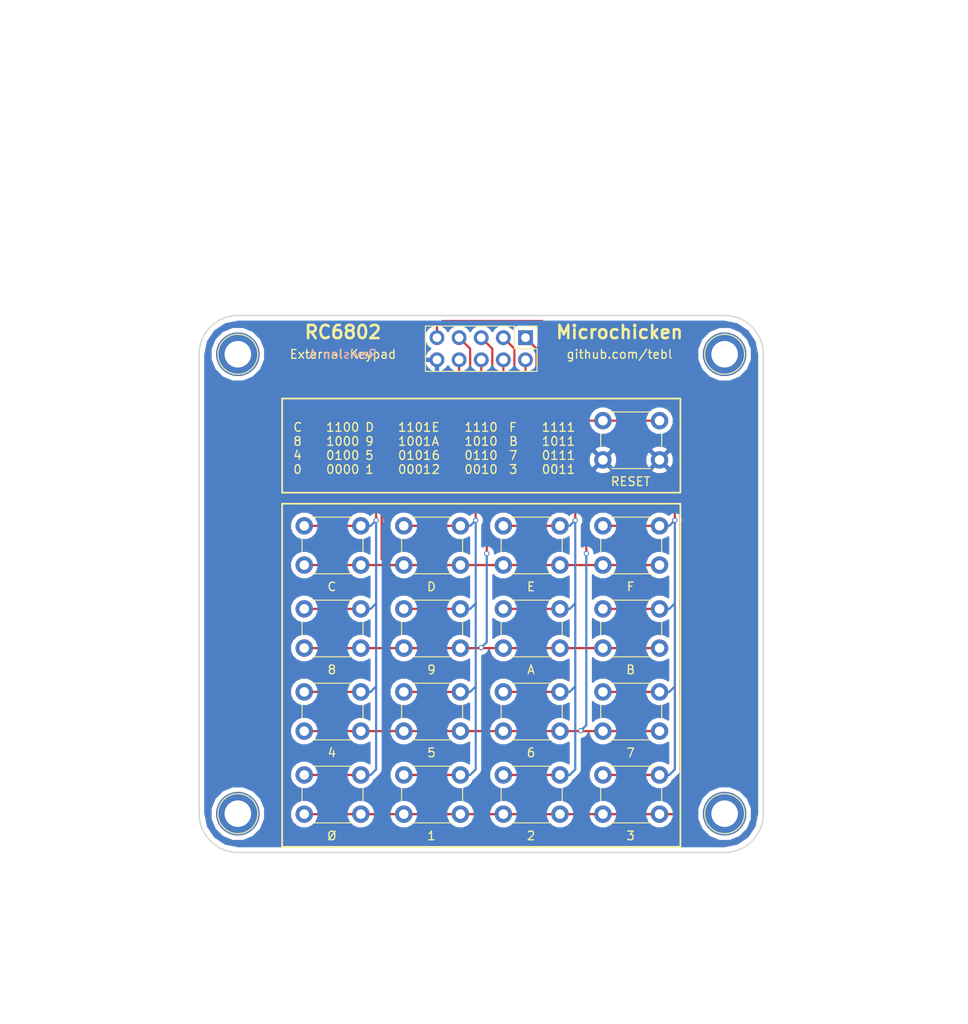
<source format=kicad_pcb>
(kicad_pcb (version 4) (host pcbnew 4.0.7)

  (general
    (links 68)
    (no_connects 0)
    (area 93.345 43.815 204.470001 161.290001)
    (thickness 1.6)
    (drawings 25)
    (tracks 168)
    (zones 0)
    (modules 22)
    (nets 11)
  )

  (page A4)
  (layers
    (0 F.Cu signal)
    (31 B.Cu signal)
    (32 B.Adhes user)
    (33 F.Adhes user)
    (34 B.Paste user)
    (35 F.Paste user)
    (36 B.SilkS user)
    (37 F.SilkS user)
    (38 B.Mask user)
    (39 F.Mask user)
    (40 Dwgs.User user)
    (41 Cmts.User user)
    (42 Eco1.User user)
    (43 Eco2.User user)
    (44 Edge.Cuts user)
    (45 Margin user)
    (46 B.CrtYd user)
    (47 F.CrtYd user)
    (48 B.Fab user)
    (49 F.Fab user)
  )

  (setup
    (last_trace_width 0.25)
    (user_trace_width 0.1)
    (trace_clearance 0.2)
    (zone_clearance 0.508)
    (zone_45_only no)
    (trace_min 0.01)
    (segment_width 0.2)
    (edge_width 0.15)
    (via_size 0.6)
    (via_drill 0.4)
    (via_min_size 0.4)
    (via_min_drill 0.3)
    (uvia_size 0.3)
    (uvia_drill 0.1)
    (uvias_allowed no)
    (uvia_min_size 0.2)
    (uvia_min_drill 0.1)
    (pcb_text_width 0.3)
    (pcb_text_size 1.5 1.5)
    (mod_edge_width 0.15)
    (mod_text_size 1 1)
    (mod_text_width 0.15)
    (pad_size 1.524 1.524)
    (pad_drill 0.762)
    (pad_to_mask_clearance 0.2)
    (aux_axis_origin 0 0)
    (visible_elements 7FFFFFFF)
    (pcbplotparams
      (layerselection 0x011fc_80000001)
      (usegerberextensions true)
      (excludeedgelayer true)
      (linewidth 0.100000)
      (plotframeref false)
      (viasonmask false)
      (mode 1)
      (useauxorigin false)
      (hpglpennumber 1)
      (hpglpenspeed 20)
      (hpglpendiameter 15)
      (hpglpenoverlay 2)
      (psnegative false)
      (psa4output false)
      (plotreference true)
      (plotvalue true)
      (plotinvisibletext false)
      (padsonsilk false)
      (subtractmaskfromsilk false)
      (outputformat 1)
      (mirror false)
      (drillshape 0)
      (scaleselection 1)
      (outputdirectory export/))
  )

  (net 0 "")
  (net 1 GND)
  (net 2 ~RESET)
  (net 3 "Net-(J3-Pad1)")
  (net 4 "Net-(J3-Pad2)")
  (net 5 "Net-(J3-Pad3)")
  (net 6 "Net-(J3-Pad4)")
  (net 7 "Net-(J3-Pad5)")
  (net 8 "Net-(J3-Pad6)")
  (net 9 "Net-(J3-Pad7)")
  (net 10 "Net-(J3-Pad8)")

  (net_class Default "This is the default net class."
    (clearance 0.2)
    (trace_width 0.25)
    (via_dia 0.6)
    (via_drill 0.4)
    (uvia_dia 0.3)
    (uvia_drill 0.1)
    (add_net GND)
    (add_net "Net-(J3-Pad1)")
    (add_net "Net-(J3-Pad2)")
    (add_net "Net-(J3-Pad3)")
    (add_net "Net-(J3-Pad4)")
    (add_net "Net-(J3-Pad5)")
    (add_net "Net-(J3-Pad6)")
    (add_net "Net-(J3-Pad7)")
    (add_net "Net-(J3-Pad8)")
    (add_net ~RESET)
  )

  (net_class VCC ""
    (clearance 0.2)
    (trace_width 0.75)
    (via_dia 0.6)
    (via_drill 0.4)
    (uvia_dia 0.3)
    (uvia_drill 0.1)
  )

  (module mounting:1pin (layer F.Cu) (tedit 5D61810C) (tstamp 5D63F39B)
    (at 120.65 137.16 90)
    (descr "module 1 pin (ou trou mecanique de percage)")
    (tags DEV)
    (path /5D63FD8B)
    (fp_text reference M1 (at 0 -3.048 90) (layer F.Fab) hide
      (effects (font (size 1 1) (thickness 0.15)))
    )
    (fp_text value Mounting (at 0 3 90) (layer F.Fab) hide
      (effects (font (size 1 1) (thickness 0.15)))
    )
    (fp_circle (center 0 0) (end 2 0.8) (layer F.Fab) (width 0.1))
    (fp_circle (center 0 0) (end 2.6 0) (layer F.CrtYd) (width 0.05))
    (fp_circle (center 0 0) (end 0 -2.286) (layer F.SilkS) (width 0.12))
    (pad 1 thru_hole circle (at 0 0 90) (size 5 5) (drill 3.048) (layers *.Cu *.Mask))
  )

  (module mounting:1pin (layer F.Cu) (tedit 5D61810C) (tstamp 5D63F3A3)
    (at 176.53 137.16)
    (descr "module 1 pin (ou trou mecanique de percage)")
    (tags DEV)
    (path /5D63FDB2)
    (fp_text reference M2 (at 0 -3.048) (layer F.Fab) hide
      (effects (font (size 1 1) (thickness 0.15)))
    )
    (fp_text value Mounting (at 0 3) (layer F.Fab) hide
      (effects (font (size 1 1) (thickness 0.15)))
    )
    (fp_circle (center 0 0) (end 2 0.8) (layer F.Fab) (width 0.1))
    (fp_circle (center 0 0) (end 2.6 0) (layer F.CrtYd) (width 0.05))
    (fp_circle (center 0 0) (end 0 -2.286) (layer F.SilkS) (width 0.12))
    (pad 1 thru_hole circle (at 0 0) (size 5 5) (drill 3.048) (layers *.Cu *.Mask))
  )

  (module mounting:1pin (layer F.Cu) (tedit 5D61810C) (tstamp 5D63F3AB)
    (at 176.53 84.455)
    (descr "module 1 pin (ou trou mecanique de percage)")
    (tags DEV)
    (path /5D63FDD2)
    (fp_text reference M3 (at 0 -3.048) (layer F.Fab) hide
      (effects (font (size 1 1) (thickness 0.15)))
    )
    (fp_text value Mounting (at 0 3) (layer F.Fab) hide
      (effects (font (size 1 1) (thickness 0.15)))
    )
    (fp_circle (center 0 0) (end 2 0.8) (layer F.Fab) (width 0.1))
    (fp_circle (center 0 0) (end 2.6 0) (layer F.CrtYd) (width 0.05))
    (fp_circle (center 0 0) (end 0 -2.286) (layer F.SilkS) (width 0.12))
    (pad 1 thru_hole circle (at 0 0) (size 5 5) (drill 3.048) (layers *.Cu *.Mask))
  )

  (module mounting:1pin (layer F.Cu) (tedit 5D61810C) (tstamp 5D63F3B3)
    (at 120.65 84.455)
    (descr "module 1 pin (ou trou mecanique de percage)")
    (tags DEV)
    (path /5D63FDF2)
    (fp_text reference M4 (at 0 -3.048) (layer F.Fab) hide
      (effects (font (size 1 1) (thickness 0.15)))
    )
    (fp_text value Mounting (at 0 3) (layer F.Fab) hide
      (effects (font (size 1 1) (thickness 0.15)))
    )
    (fp_circle (center 0 0) (end 2 0.8) (layer F.Fab) (width 0.1))
    (fp_circle (center 0 0) (end 2.6 0) (layer F.CrtYd) (width 0.05))
    (fp_circle (center 0 0) (end 0 -2.286) (layer F.SilkS) (width 0.12))
    (pad 1 thru_hole circle (at 0 0) (size 5 5) (drill 3.048) (layers *.Cu *.Mask))
  )

  (module Buttons_Switches_THT:SW_PUSH_6mm (layer F.Cu) (tedit 5D86A2AA) (tstamp 5D84E7CA)
    (at 162.56 92.075)
    (descr https://www.omron.com/ecb/products/pdf/en-b3f.pdf)
    (tags "tact sw push 6mm")
    (path /5D8404E5)
    (fp_text reference SW1 (at 3.175 1.905) (layer F.Fab)
      (effects (font (size 1 1) (thickness 0.15)))
    )
    (fp_text value RESET (at 3.175 6.985) (layer F.SilkS)
      (effects (font (size 1 1) (thickness 0.15)))
    )
    (fp_text user %R (at 3.175 1.905) (layer F.Fab)
      (effects (font (size 1 1) (thickness 0.15)))
    )
    (fp_line (start 3.25 -0.75) (end 6.25 -0.75) (layer F.Fab) (width 0.1))
    (fp_line (start 6.25 -0.75) (end 6.25 5.25) (layer F.Fab) (width 0.1))
    (fp_line (start 6.25 5.25) (end 0.25 5.25) (layer F.Fab) (width 0.1))
    (fp_line (start 0.25 5.25) (end 0.25 -0.75) (layer F.Fab) (width 0.1))
    (fp_line (start 0.25 -0.75) (end 3.25 -0.75) (layer F.Fab) (width 0.1))
    (fp_line (start 7.75 6) (end 8 6) (layer F.CrtYd) (width 0.05))
    (fp_line (start 8 6) (end 8 5.75) (layer F.CrtYd) (width 0.05))
    (fp_line (start 7.75 -1.5) (end 8 -1.5) (layer F.CrtYd) (width 0.05))
    (fp_line (start 8 -1.5) (end 8 -1.25) (layer F.CrtYd) (width 0.05))
    (fp_line (start -1.5 -1.25) (end -1.5 -1.5) (layer F.CrtYd) (width 0.05))
    (fp_line (start -1.5 -1.5) (end -1.25 -1.5) (layer F.CrtYd) (width 0.05))
    (fp_line (start -1.5 5.75) (end -1.5 6) (layer F.CrtYd) (width 0.05))
    (fp_line (start -1.5 6) (end -1.25 6) (layer F.CrtYd) (width 0.05))
    (fp_line (start -1.25 -1.5) (end 7.75 -1.5) (layer F.CrtYd) (width 0.05))
    (fp_line (start -1.5 5.75) (end -1.5 -1.25) (layer F.CrtYd) (width 0.05))
    (fp_line (start 7.75 6) (end -1.25 6) (layer F.CrtYd) (width 0.05))
    (fp_line (start 8 -1.25) (end 8 5.75) (layer F.CrtYd) (width 0.05))
    (fp_line (start 1 5.5) (end 5.5 5.5) (layer F.SilkS) (width 0.12))
    (fp_line (start -0.25 1.5) (end -0.25 3) (layer F.SilkS) (width 0.12))
    (fp_line (start 5.5 -1) (end 1 -1) (layer F.SilkS) (width 0.12))
    (fp_line (start 6.75 3) (end 6.75 1.5) (layer F.SilkS) (width 0.12))
    (fp_circle (center 3.25 2.25) (end 1.25 2.5) (layer F.Fab) (width 0.1))
    (pad 2 thru_hole circle (at 0 4.5 90) (size 2 2) (drill 1.1) (layers *.Cu *.Mask)
      (net 1 GND))
    (pad 1 thru_hole circle (at 0 0 90) (size 2 2) (drill 1.1) (layers *.Cu *.Mask)
      (net 2 ~RESET))
    (pad 2 thru_hole circle (at 6.5 4.5 90) (size 2 2) (drill 1.1) (layers *.Cu *.Mask)
      (net 1 GND))
    (pad 1 thru_hole circle (at 6.5 0 90) (size 2 2) (drill 1.1) (layers *.Cu *.Mask)
      (net 2 ~RESET))
    (model ${KISYS3DMOD}/Buttons_Switches_THT.3dshapes/SW_PUSH_6mm.wrl
      (at (xyz 0.005 0 0))
      (scale (xyz 0.3937 0.3937 0.3937))
      (rotate (xyz 0 0 0))
    )
  )

  (module Buttons_Switches_THT:SW_PUSH_6mm (layer F.Cu) (tedit 5D875B23) (tstamp 5D84E7EC)
    (at 128.27 132.715)
    (descr https://www.omron.com/ecb/products/pdf/en-b3f.pdf)
    (tags "tact sw push 6mm")
    (path /5D84523F)
    (fp_text reference SW3 (at 3.175 1.905) (layer F.Fab)
      (effects (font (size 1 1) (thickness 0.15)))
    )
    (fp_text value Ø (at 3.175 6.985) (layer F.SilkS)
      (effects (font (size 1 1) (thickness 0.15)))
    )
    (fp_text user %R (at 3.175 1.905) (layer F.Fab)
      (effects (font (size 1 1) (thickness 0.15)))
    )
    (fp_line (start 3.25 -0.75) (end 6.25 -0.75) (layer F.Fab) (width 0.1))
    (fp_line (start 6.25 -0.75) (end 6.25 5.25) (layer F.Fab) (width 0.1))
    (fp_line (start 6.25 5.25) (end 0.25 5.25) (layer F.Fab) (width 0.1))
    (fp_line (start 0.25 5.25) (end 0.25 -0.75) (layer F.Fab) (width 0.1))
    (fp_line (start 0.25 -0.75) (end 3.25 -0.75) (layer F.Fab) (width 0.1))
    (fp_line (start 7.75 6) (end 8 6) (layer F.CrtYd) (width 0.05))
    (fp_line (start 8 6) (end 8 5.75) (layer F.CrtYd) (width 0.05))
    (fp_line (start 7.75 -1.5) (end 8 -1.5) (layer F.CrtYd) (width 0.05))
    (fp_line (start 8 -1.5) (end 8 -1.25) (layer F.CrtYd) (width 0.05))
    (fp_line (start -1.5 -1.25) (end -1.5 -1.5) (layer F.CrtYd) (width 0.05))
    (fp_line (start -1.5 -1.5) (end -1.25 -1.5) (layer F.CrtYd) (width 0.05))
    (fp_line (start -1.5 5.75) (end -1.5 6) (layer F.CrtYd) (width 0.05))
    (fp_line (start -1.5 6) (end -1.25 6) (layer F.CrtYd) (width 0.05))
    (fp_line (start -1.25 -1.5) (end 7.75 -1.5) (layer F.CrtYd) (width 0.05))
    (fp_line (start -1.5 5.75) (end -1.5 -1.25) (layer F.CrtYd) (width 0.05))
    (fp_line (start 7.75 6) (end -1.25 6) (layer F.CrtYd) (width 0.05))
    (fp_line (start 8 -1.25) (end 8 5.75) (layer F.CrtYd) (width 0.05))
    (fp_line (start 1 5.5) (end 5.5 5.5) (layer F.SilkS) (width 0.12))
    (fp_line (start -0.25 1.5) (end -0.25 3) (layer F.SilkS) (width 0.12))
    (fp_line (start 5.5 -1) (end 1 -1) (layer F.SilkS) (width 0.12))
    (fp_line (start 6.75 3) (end 6.75 1.5) (layer F.SilkS) (width 0.12))
    (fp_circle (center 3.25 2.25) (end 1.25 2.5) (layer F.Fab) (width 0.1))
    (pad 2 thru_hole circle (at 0 4.5 90) (size 2 2) (drill 1.1) (layers *.Cu *.Mask)
      (net 3 "Net-(J3-Pad1)"))
    (pad 1 thru_hole circle (at 0 0 90) (size 2 2) (drill 1.1) (layers *.Cu *.Mask)
      (net 10 "Net-(J3-Pad8)"))
    (pad 2 thru_hole circle (at 6.5 4.5 90) (size 2 2) (drill 1.1) (layers *.Cu *.Mask)
      (net 3 "Net-(J3-Pad1)"))
    (pad 1 thru_hole circle (at 6.5 0 90) (size 2 2) (drill 1.1) (layers *.Cu *.Mask)
      (net 10 "Net-(J3-Pad8)"))
    (model ${KISYS3DMOD}/Buttons_Switches_THT.3dshapes/SW_PUSH_6mm.wrl
      (at (xyz 0.005 0 0))
      (scale (xyz 0.3937 0.3937 0.3937))
      (rotate (xyz 0 0 0))
    )
  )

  (module Buttons_Switches_THT:SW_PUSH_6mm (layer F.Cu) (tedit 5D86A2F2) (tstamp 5D84E7F4)
    (at 128.27 123.19)
    (descr https://www.omron.com/ecb/products/pdf/en-b3f.pdf)
    (tags "tact sw push 6mm")
    (path /5D845F8B)
    (fp_text reference SW4 (at 3.175 1.905) (layer F.Fab)
      (effects (font (size 1 1) (thickness 0.15)))
    )
    (fp_text value 4 (at 3.175 6.985) (layer F.SilkS)
      (effects (font (size 1 1) (thickness 0.15)))
    )
    (fp_text user %R (at 3.175 1.905) (layer F.Fab)
      (effects (font (size 1 1) (thickness 0.15)))
    )
    (fp_line (start 3.25 -0.75) (end 6.25 -0.75) (layer F.Fab) (width 0.1))
    (fp_line (start 6.25 -0.75) (end 6.25 5.25) (layer F.Fab) (width 0.1))
    (fp_line (start 6.25 5.25) (end 0.25 5.25) (layer F.Fab) (width 0.1))
    (fp_line (start 0.25 5.25) (end 0.25 -0.75) (layer F.Fab) (width 0.1))
    (fp_line (start 0.25 -0.75) (end 3.25 -0.75) (layer F.Fab) (width 0.1))
    (fp_line (start 7.75 6) (end 8 6) (layer F.CrtYd) (width 0.05))
    (fp_line (start 8 6) (end 8 5.75) (layer F.CrtYd) (width 0.05))
    (fp_line (start 7.75 -1.5) (end 8 -1.5) (layer F.CrtYd) (width 0.05))
    (fp_line (start 8 -1.5) (end 8 -1.25) (layer F.CrtYd) (width 0.05))
    (fp_line (start -1.5 -1.25) (end -1.5 -1.5) (layer F.CrtYd) (width 0.05))
    (fp_line (start -1.5 -1.5) (end -1.25 -1.5) (layer F.CrtYd) (width 0.05))
    (fp_line (start -1.5 5.75) (end -1.5 6) (layer F.CrtYd) (width 0.05))
    (fp_line (start -1.5 6) (end -1.25 6) (layer F.CrtYd) (width 0.05))
    (fp_line (start -1.25 -1.5) (end 7.75 -1.5) (layer F.CrtYd) (width 0.05))
    (fp_line (start -1.5 5.75) (end -1.5 -1.25) (layer F.CrtYd) (width 0.05))
    (fp_line (start 7.75 6) (end -1.25 6) (layer F.CrtYd) (width 0.05))
    (fp_line (start 8 -1.25) (end 8 5.75) (layer F.CrtYd) (width 0.05))
    (fp_line (start 1 5.5) (end 5.5 5.5) (layer F.SilkS) (width 0.12))
    (fp_line (start -0.25 1.5) (end -0.25 3) (layer F.SilkS) (width 0.12))
    (fp_line (start 5.5 -1) (end 1 -1) (layer F.SilkS) (width 0.12))
    (fp_line (start 6.75 3) (end 6.75 1.5) (layer F.SilkS) (width 0.12))
    (fp_circle (center 3.25 2.25) (end 1.25 2.5) (layer F.Fab) (width 0.1))
    (pad 2 thru_hole circle (at 0 4.5 90) (size 2 2) (drill 1.1) (layers *.Cu *.Mask)
      (net 5 "Net-(J3-Pad3)"))
    (pad 1 thru_hole circle (at 0 0 90) (size 2 2) (drill 1.1) (layers *.Cu *.Mask)
      (net 10 "Net-(J3-Pad8)"))
    (pad 2 thru_hole circle (at 6.5 4.5 90) (size 2 2) (drill 1.1) (layers *.Cu *.Mask)
      (net 5 "Net-(J3-Pad3)"))
    (pad 1 thru_hole circle (at 6.5 0 90) (size 2 2) (drill 1.1) (layers *.Cu *.Mask)
      (net 10 "Net-(J3-Pad8)"))
    (model ${KISYS3DMOD}/Buttons_Switches_THT.3dshapes/SW_PUSH_6mm.wrl
      (at (xyz 0.005 0 0))
      (scale (xyz 0.3937 0.3937 0.3937))
      (rotate (xyz 0 0 0))
    )
  )

  (module Buttons_Switches_THT:SW_PUSH_6mm (layer F.Cu) (tedit 5D86A2CB) (tstamp 5D84E7FC)
    (at 128.27 113.665)
    (descr https://www.omron.com/ecb/products/pdf/en-b3f.pdf)
    (tags "tact sw push 6mm")
    (path /5D846092)
    (fp_text reference SW5 (at 3.175 1.905) (layer F.Fab)
      (effects (font (size 1 1) (thickness 0.15)))
    )
    (fp_text value 8 (at 3.175 6.985) (layer F.SilkS)
      (effects (font (size 1 1) (thickness 0.15)))
    )
    (fp_text user %R (at 3.175 1.905) (layer F.Fab)
      (effects (font (size 1 1) (thickness 0.15)))
    )
    (fp_line (start 3.25 -0.75) (end 6.25 -0.75) (layer F.Fab) (width 0.1))
    (fp_line (start 6.25 -0.75) (end 6.25 5.25) (layer F.Fab) (width 0.1))
    (fp_line (start 6.25 5.25) (end 0.25 5.25) (layer F.Fab) (width 0.1))
    (fp_line (start 0.25 5.25) (end 0.25 -0.75) (layer F.Fab) (width 0.1))
    (fp_line (start 0.25 -0.75) (end 3.25 -0.75) (layer F.Fab) (width 0.1))
    (fp_line (start 7.75 6) (end 8 6) (layer F.CrtYd) (width 0.05))
    (fp_line (start 8 6) (end 8 5.75) (layer F.CrtYd) (width 0.05))
    (fp_line (start 7.75 -1.5) (end 8 -1.5) (layer F.CrtYd) (width 0.05))
    (fp_line (start 8 -1.5) (end 8 -1.25) (layer F.CrtYd) (width 0.05))
    (fp_line (start -1.5 -1.25) (end -1.5 -1.5) (layer F.CrtYd) (width 0.05))
    (fp_line (start -1.5 -1.5) (end -1.25 -1.5) (layer F.CrtYd) (width 0.05))
    (fp_line (start -1.5 5.75) (end -1.5 6) (layer F.CrtYd) (width 0.05))
    (fp_line (start -1.5 6) (end -1.25 6) (layer F.CrtYd) (width 0.05))
    (fp_line (start -1.25 -1.5) (end 7.75 -1.5) (layer F.CrtYd) (width 0.05))
    (fp_line (start -1.5 5.75) (end -1.5 -1.25) (layer F.CrtYd) (width 0.05))
    (fp_line (start 7.75 6) (end -1.25 6) (layer F.CrtYd) (width 0.05))
    (fp_line (start 8 -1.25) (end 8 5.75) (layer F.CrtYd) (width 0.05))
    (fp_line (start 1 5.5) (end 5.5 5.5) (layer F.SilkS) (width 0.12))
    (fp_line (start -0.25 1.5) (end -0.25 3) (layer F.SilkS) (width 0.12))
    (fp_line (start 5.5 -1) (end 1 -1) (layer F.SilkS) (width 0.12))
    (fp_line (start 6.75 3) (end 6.75 1.5) (layer F.SilkS) (width 0.12))
    (fp_circle (center 3.25 2.25) (end 1.25 2.5) (layer F.Fab) (width 0.1))
    (pad 2 thru_hole circle (at 0 4.5 90) (size 2 2) (drill 1.1) (layers *.Cu *.Mask)
      (net 7 "Net-(J3-Pad5)"))
    (pad 1 thru_hole circle (at 0 0 90) (size 2 2) (drill 1.1) (layers *.Cu *.Mask)
      (net 10 "Net-(J3-Pad8)"))
    (pad 2 thru_hole circle (at 6.5 4.5 90) (size 2 2) (drill 1.1) (layers *.Cu *.Mask)
      (net 7 "Net-(J3-Pad5)"))
    (pad 1 thru_hole circle (at 6.5 0 90) (size 2 2) (drill 1.1) (layers *.Cu *.Mask)
      (net 10 "Net-(J3-Pad8)"))
    (model ${KISYS3DMOD}/Buttons_Switches_THT.3dshapes/SW_PUSH_6mm.wrl
      (at (xyz 0.005 0 0))
      (scale (xyz 0.3937 0.3937 0.3937))
      (rotate (xyz 0 0 0))
    )
  )

  (module Buttons_Switches_THT:SW_PUSH_6mm (layer F.Cu) (tedit 5D86A2C4) (tstamp 5D84E804)
    (at 128.27 104.14)
    (descr https://www.omron.com/ecb/products/pdf/en-b3f.pdf)
    (tags "tact sw push 6mm")
    (path /5D8462E6)
    (fp_text reference SW6 (at 3.175 1.905) (layer F.Fab)
      (effects (font (size 1 1) (thickness 0.15)))
    )
    (fp_text value C (at 3.175 6.985) (layer F.SilkS)
      (effects (font (size 1 1) (thickness 0.15)))
    )
    (fp_text user %R (at 3.175 1.905) (layer F.Fab)
      (effects (font (size 1 1) (thickness 0.15)))
    )
    (fp_line (start 3.25 -0.75) (end 6.25 -0.75) (layer F.Fab) (width 0.1))
    (fp_line (start 6.25 -0.75) (end 6.25 5.25) (layer F.Fab) (width 0.1))
    (fp_line (start 6.25 5.25) (end 0.25 5.25) (layer F.Fab) (width 0.1))
    (fp_line (start 0.25 5.25) (end 0.25 -0.75) (layer F.Fab) (width 0.1))
    (fp_line (start 0.25 -0.75) (end 3.25 -0.75) (layer F.Fab) (width 0.1))
    (fp_line (start 7.75 6) (end 8 6) (layer F.CrtYd) (width 0.05))
    (fp_line (start 8 6) (end 8 5.75) (layer F.CrtYd) (width 0.05))
    (fp_line (start 7.75 -1.5) (end 8 -1.5) (layer F.CrtYd) (width 0.05))
    (fp_line (start 8 -1.5) (end 8 -1.25) (layer F.CrtYd) (width 0.05))
    (fp_line (start -1.5 -1.25) (end -1.5 -1.5) (layer F.CrtYd) (width 0.05))
    (fp_line (start -1.5 -1.5) (end -1.25 -1.5) (layer F.CrtYd) (width 0.05))
    (fp_line (start -1.5 5.75) (end -1.5 6) (layer F.CrtYd) (width 0.05))
    (fp_line (start -1.5 6) (end -1.25 6) (layer F.CrtYd) (width 0.05))
    (fp_line (start -1.25 -1.5) (end 7.75 -1.5) (layer F.CrtYd) (width 0.05))
    (fp_line (start -1.5 5.75) (end -1.5 -1.25) (layer F.CrtYd) (width 0.05))
    (fp_line (start 7.75 6) (end -1.25 6) (layer F.CrtYd) (width 0.05))
    (fp_line (start 8 -1.25) (end 8 5.75) (layer F.CrtYd) (width 0.05))
    (fp_line (start 1 5.5) (end 5.5 5.5) (layer F.SilkS) (width 0.12))
    (fp_line (start -0.25 1.5) (end -0.25 3) (layer F.SilkS) (width 0.12))
    (fp_line (start 5.5 -1) (end 1 -1) (layer F.SilkS) (width 0.12))
    (fp_line (start 6.75 3) (end 6.75 1.5) (layer F.SilkS) (width 0.12))
    (fp_circle (center 3.25 2.25) (end 1.25 2.5) (layer F.Fab) (width 0.1))
    (pad 2 thru_hole circle (at 0 4.5 90) (size 2 2) (drill 1.1) (layers *.Cu *.Mask)
      (net 9 "Net-(J3-Pad7)"))
    (pad 1 thru_hole circle (at 0 0 90) (size 2 2) (drill 1.1) (layers *.Cu *.Mask)
      (net 10 "Net-(J3-Pad8)"))
    (pad 2 thru_hole circle (at 6.5 4.5 90) (size 2 2) (drill 1.1) (layers *.Cu *.Mask)
      (net 9 "Net-(J3-Pad7)"))
    (pad 1 thru_hole circle (at 6.5 0 90) (size 2 2) (drill 1.1) (layers *.Cu *.Mask)
      (net 10 "Net-(J3-Pad8)"))
    (model ${KISYS3DMOD}/Buttons_Switches_THT.3dshapes/SW_PUSH_6mm.wrl
      (at (xyz 0.005 0 0))
      (scale (xyz 0.3937 0.3937 0.3937))
      (rotate (xyz 0 0 0))
    )
  )

  (module Buttons_Switches_THT:SW_PUSH_6mm (layer F.Cu) (tedit 5D86A2FD) (tstamp 5D84E80C)
    (at 139.7 132.715)
    (descr https://www.omron.com/ecb/products/pdf/en-b3f.pdf)
    (tags "tact sw push 6mm")
    (path /5D84539B)
    (fp_text reference SW7 (at 3.175 1.905) (layer F.Fab)
      (effects (font (size 1 1) (thickness 0.15)))
    )
    (fp_text value 1 (at 3.175 6.985) (layer F.SilkS)
      (effects (font (size 1 1) (thickness 0.15)))
    )
    (fp_text user %R (at 3.175 1.905) (layer F.Fab)
      (effects (font (size 1 1) (thickness 0.15)))
    )
    (fp_line (start 3.25 -0.75) (end 6.25 -0.75) (layer F.Fab) (width 0.1))
    (fp_line (start 6.25 -0.75) (end 6.25 5.25) (layer F.Fab) (width 0.1))
    (fp_line (start 6.25 5.25) (end 0.25 5.25) (layer F.Fab) (width 0.1))
    (fp_line (start 0.25 5.25) (end 0.25 -0.75) (layer F.Fab) (width 0.1))
    (fp_line (start 0.25 -0.75) (end 3.25 -0.75) (layer F.Fab) (width 0.1))
    (fp_line (start 7.75 6) (end 8 6) (layer F.CrtYd) (width 0.05))
    (fp_line (start 8 6) (end 8 5.75) (layer F.CrtYd) (width 0.05))
    (fp_line (start 7.75 -1.5) (end 8 -1.5) (layer F.CrtYd) (width 0.05))
    (fp_line (start 8 -1.5) (end 8 -1.25) (layer F.CrtYd) (width 0.05))
    (fp_line (start -1.5 -1.25) (end -1.5 -1.5) (layer F.CrtYd) (width 0.05))
    (fp_line (start -1.5 -1.5) (end -1.25 -1.5) (layer F.CrtYd) (width 0.05))
    (fp_line (start -1.5 5.75) (end -1.5 6) (layer F.CrtYd) (width 0.05))
    (fp_line (start -1.5 6) (end -1.25 6) (layer F.CrtYd) (width 0.05))
    (fp_line (start -1.25 -1.5) (end 7.75 -1.5) (layer F.CrtYd) (width 0.05))
    (fp_line (start -1.5 5.75) (end -1.5 -1.25) (layer F.CrtYd) (width 0.05))
    (fp_line (start 7.75 6) (end -1.25 6) (layer F.CrtYd) (width 0.05))
    (fp_line (start 8 -1.25) (end 8 5.75) (layer F.CrtYd) (width 0.05))
    (fp_line (start 1 5.5) (end 5.5 5.5) (layer F.SilkS) (width 0.12))
    (fp_line (start -0.25 1.5) (end -0.25 3) (layer F.SilkS) (width 0.12))
    (fp_line (start 5.5 -1) (end 1 -1) (layer F.SilkS) (width 0.12))
    (fp_line (start 6.75 3) (end 6.75 1.5) (layer F.SilkS) (width 0.12))
    (fp_circle (center 3.25 2.25) (end 1.25 2.5) (layer F.Fab) (width 0.1))
    (pad 2 thru_hole circle (at 0 4.5 90) (size 2 2) (drill 1.1) (layers *.Cu *.Mask)
      (net 3 "Net-(J3-Pad1)"))
    (pad 1 thru_hole circle (at 0 0 90) (size 2 2) (drill 1.1) (layers *.Cu *.Mask)
      (net 8 "Net-(J3-Pad6)"))
    (pad 2 thru_hole circle (at 6.5 4.5 90) (size 2 2) (drill 1.1) (layers *.Cu *.Mask)
      (net 3 "Net-(J3-Pad1)"))
    (pad 1 thru_hole circle (at 6.5 0 90) (size 2 2) (drill 1.1) (layers *.Cu *.Mask)
      (net 8 "Net-(J3-Pad6)"))
    (model ${KISYS3DMOD}/Buttons_Switches_THT.3dshapes/SW_PUSH_6mm.wrl
      (at (xyz 0.005 0 0))
      (scale (xyz 0.3937 0.3937 0.3937))
      (rotate (xyz 0 0 0))
    )
  )

  (module Buttons_Switches_THT:SW_PUSH_6mm (layer F.Cu) (tedit 5D86A2ED) (tstamp 5D84E814)
    (at 139.7 123.19)
    (descr https://www.omron.com/ecb/products/pdf/en-b3f.pdf)
    (tags "tact sw push 6mm")
    (path /5D845F91)
    (fp_text reference SW8 (at 3.175 1.905) (layer F.Fab)
      (effects (font (size 1 1) (thickness 0.15)))
    )
    (fp_text value 5 (at 3.175 6.985) (layer F.SilkS)
      (effects (font (size 1 1) (thickness 0.15)))
    )
    (fp_text user %R (at 3.175 1.905) (layer F.Fab)
      (effects (font (size 1 1) (thickness 0.15)))
    )
    (fp_line (start 3.25 -0.75) (end 6.25 -0.75) (layer F.Fab) (width 0.1))
    (fp_line (start 6.25 -0.75) (end 6.25 5.25) (layer F.Fab) (width 0.1))
    (fp_line (start 6.25 5.25) (end 0.25 5.25) (layer F.Fab) (width 0.1))
    (fp_line (start 0.25 5.25) (end 0.25 -0.75) (layer F.Fab) (width 0.1))
    (fp_line (start 0.25 -0.75) (end 3.25 -0.75) (layer F.Fab) (width 0.1))
    (fp_line (start 7.75 6) (end 8 6) (layer F.CrtYd) (width 0.05))
    (fp_line (start 8 6) (end 8 5.75) (layer F.CrtYd) (width 0.05))
    (fp_line (start 7.75 -1.5) (end 8 -1.5) (layer F.CrtYd) (width 0.05))
    (fp_line (start 8 -1.5) (end 8 -1.25) (layer F.CrtYd) (width 0.05))
    (fp_line (start -1.5 -1.25) (end -1.5 -1.5) (layer F.CrtYd) (width 0.05))
    (fp_line (start -1.5 -1.5) (end -1.25 -1.5) (layer F.CrtYd) (width 0.05))
    (fp_line (start -1.5 5.75) (end -1.5 6) (layer F.CrtYd) (width 0.05))
    (fp_line (start -1.5 6) (end -1.25 6) (layer F.CrtYd) (width 0.05))
    (fp_line (start -1.25 -1.5) (end 7.75 -1.5) (layer F.CrtYd) (width 0.05))
    (fp_line (start -1.5 5.75) (end -1.5 -1.25) (layer F.CrtYd) (width 0.05))
    (fp_line (start 7.75 6) (end -1.25 6) (layer F.CrtYd) (width 0.05))
    (fp_line (start 8 -1.25) (end 8 5.75) (layer F.CrtYd) (width 0.05))
    (fp_line (start 1 5.5) (end 5.5 5.5) (layer F.SilkS) (width 0.12))
    (fp_line (start -0.25 1.5) (end -0.25 3) (layer F.SilkS) (width 0.12))
    (fp_line (start 5.5 -1) (end 1 -1) (layer F.SilkS) (width 0.12))
    (fp_line (start 6.75 3) (end 6.75 1.5) (layer F.SilkS) (width 0.12))
    (fp_circle (center 3.25 2.25) (end 1.25 2.5) (layer F.Fab) (width 0.1))
    (pad 2 thru_hole circle (at 0 4.5 90) (size 2 2) (drill 1.1) (layers *.Cu *.Mask)
      (net 5 "Net-(J3-Pad3)"))
    (pad 1 thru_hole circle (at 0 0 90) (size 2 2) (drill 1.1) (layers *.Cu *.Mask)
      (net 8 "Net-(J3-Pad6)"))
    (pad 2 thru_hole circle (at 6.5 4.5 90) (size 2 2) (drill 1.1) (layers *.Cu *.Mask)
      (net 5 "Net-(J3-Pad3)"))
    (pad 1 thru_hole circle (at 6.5 0 90) (size 2 2) (drill 1.1) (layers *.Cu *.Mask)
      (net 8 "Net-(J3-Pad6)"))
    (model ${KISYS3DMOD}/Buttons_Switches_THT.3dshapes/SW_PUSH_6mm.wrl
      (at (xyz 0.005 0 0))
      (scale (xyz 0.3937 0.3937 0.3937))
      (rotate (xyz 0 0 0))
    )
  )

  (module Buttons_Switches_THT:SW_PUSH_6mm (layer F.Cu) (tedit 5D86A2D1) (tstamp 5D84E81C)
    (at 139.7 113.665)
    (descr https://www.omron.com/ecb/products/pdf/en-b3f.pdf)
    (tags "tact sw push 6mm")
    (path /5D846098)
    (fp_text reference SW9 (at 3.175 1.905) (layer F.Fab)
      (effects (font (size 1 1) (thickness 0.15)))
    )
    (fp_text value 9 (at 3.175 6.985) (layer F.SilkS)
      (effects (font (size 1 1) (thickness 0.15)))
    )
    (fp_text user %R (at 3.175 1.905) (layer F.Fab)
      (effects (font (size 1 1) (thickness 0.15)))
    )
    (fp_line (start 3.25 -0.75) (end 6.25 -0.75) (layer F.Fab) (width 0.1))
    (fp_line (start 6.25 -0.75) (end 6.25 5.25) (layer F.Fab) (width 0.1))
    (fp_line (start 6.25 5.25) (end 0.25 5.25) (layer F.Fab) (width 0.1))
    (fp_line (start 0.25 5.25) (end 0.25 -0.75) (layer F.Fab) (width 0.1))
    (fp_line (start 0.25 -0.75) (end 3.25 -0.75) (layer F.Fab) (width 0.1))
    (fp_line (start 7.75 6) (end 8 6) (layer F.CrtYd) (width 0.05))
    (fp_line (start 8 6) (end 8 5.75) (layer F.CrtYd) (width 0.05))
    (fp_line (start 7.75 -1.5) (end 8 -1.5) (layer F.CrtYd) (width 0.05))
    (fp_line (start 8 -1.5) (end 8 -1.25) (layer F.CrtYd) (width 0.05))
    (fp_line (start -1.5 -1.25) (end -1.5 -1.5) (layer F.CrtYd) (width 0.05))
    (fp_line (start -1.5 -1.5) (end -1.25 -1.5) (layer F.CrtYd) (width 0.05))
    (fp_line (start -1.5 5.75) (end -1.5 6) (layer F.CrtYd) (width 0.05))
    (fp_line (start -1.5 6) (end -1.25 6) (layer F.CrtYd) (width 0.05))
    (fp_line (start -1.25 -1.5) (end 7.75 -1.5) (layer F.CrtYd) (width 0.05))
    (fp_line (start -1.5 5.75) (end -1.5 -1.25) (layer F.CrtYd) (width 0.05))
    (fp_line (start 7.75 6) (end -1.25 6) (layer F.CrtYd) (width 0.05))
    (fp_line (start 8 -1.25) (end 8 5.75) (layer F.CrtYd) (width 0.05))
    (fp_line (start 1 5.5) (end 5.5 5.5) (layer F.SilkS) (width 0.12))
    (fp_line (start -0.25 1.5) (end -0.25 3) (layer F.SilkS) (width 0.12))
    (fp_line (start 5.5 -1) (end 1 -1) (layer F.SilkS) (width 0.12))
    (fp_line (start 6.75 3) (end 6.75 1.5) (layer F.SilkS) (width 0.12))
    (fp_circle (center 3.25 2.25) (end 1.25 2.5) (layer F.Fab) (width 0.1))
    (pad 2 thru_hole circle (at 0 4.5 90) (size 2 2) (drill 1.1) (layers *.Cu *.Mask)
      (net 7 "Net-(J3-Pad5)"))
    (pad 1 thru_hole circle (at 0 0 90) (size 2 2) (drill 1.1) (layers *.Cu *.Mask)
      (net 8 "Net-(J3-Pad6)"))
    (pad 2 thru_hole circle (at 6.5 4.5 90) (size 2 2) (drill 1.1) (layers *.Cu *.Mask)
      (net 7 "Net-(J3-Pad5)"))
    (pad 1 thru_hole circle (at 6.5 0 90) (size 2 2) (drill 1.1) (layers *.Cu *.Mask)
      (net 8 "Net-(J3-Pad6)"))
    (model ${KISYS3DMOD}/Buttons_Switches_THT.3dshapes/SW_PUSH_6mm.wrl
      (at (xyz 0.005 0 0))
      (scale (xyz 0.3937 0.3937 0.3937))
      (rotate (xyz 0 0 0))
    )
  )

  (module Buttons_Switches_THT:SW_PUSH_6mm (layer F.Cu) (tedit 5D86A2BE) (tstamp 5D84E824)
    (at 139.7 104.14)
    (descr https://www.omron.com/ecb/products/pdf/en-b3f.pdf)
    (tags "tact sw push 6mm")
    (path /5D8462EC)
    (fp_text reference SW10 (at 3.175 1.905) (layer F.Fab)
      (effects (font (size 1 1) (thickness 0.15)))
    )
    (fp_text value D (at 3.175 6.985) (layer F.SilkS)
      (effects (font (size 1 1) (thickness 0.15)))
    )
    (fp_text user %R (at 3.175 1.905) (layer F.Fab)
      (effects (font (size 1 1) (thickness 0.15)))
    )
    (fp_line (start 3.25 -0.75) (end 6.25 -0.75) (layer F.Fab) (width 0.1))
    (fp_line (start 6.25 -0.75) (end 6.25 5.25) (layer F.Fab) (width 0.1))
    (fp_line (start 6.25 5.25) (end 0.25 5.25) (layer F.Fab) (width 0.1))
    (fp_line (start 0.25 5.25) (end 0.25 -0.75) (layer F.Fab) (width 0.1))
    (fp_line (start 0.25 -0.75) (end 3.25 -0.75) (layer F.Fab) (width 0.1))
    (fp_line (start 7.75 6) (end 8 6) (layer F.CrtYd) (width 0.05))
    (fp_line (start 8 6) (end 8 5.75) (layer F.CrtYd) (width 0.05))
    (fp_line (start 7.75 -1.5) (end 8 -1.5) (layer F.CrtYd) (width 0.05))
    (fp_line (start 8 -1.5) (end 8 -1.25) (layer F.CrtYd) (width 0.05))
    (fp_line (start -1.5 -1.25) (end -1.5 -1.5) (layer F.CrtYd) (width 0.05))
    (fp_line (start -1.5 -1.5) (end -1.25 -1.5) (layer F.CrtYd) (width 0.05))
    (fp_line (start -1.5 5.75) (end -1.5 6) (layer F.CrtYd) (width 0.05))
    (fp_line (start -1.5 6) (end -1.25 6) (layer F.CrtYd) (width 0.05))
    (fp_line (start -1.25 -1.5) (end 7.75 -1.5) (layer F.CrtYd) (width 0.05))
    (fp_line (start -1.5 5.75) (end -1.5 -1.25) (layer F.CrtYd) (width 0.05))
    (fp_line (start 7.75 6) (end -1.25 6) (layer F.CrtYd) (width 0.05))
    (fp_line (start 8 -1.25) (end 8 5.75) (layer F.CrtYd) (width 0.05))
    (fp_line (start 1 5.5) (end 5.5 5.5) (layer F.SilkS) (width 0.12))
    (fp_line (start -0.25 1.5) (end -0.25 3) (layer F.SilkS) (width 0.12))
    (fp_line (start 5.5 -1) (end 1 -1) (layer F.SilkS) (width 0.12))
    (fp_line (start 6.75 3) (end 6.75 1.5) (layer F.SilkS) (width 0.12))
    (fp_circle (center 3.25 2.25) (end 1.25 2.5) (layer F.Fab) (width 0.1))
    (pad 2 thru_hole circle (at 0 4.5 90) (size 2 2) (drill 1.1) (layers *.Cu *.Mask)
      (net 9 "Net-(J3-Pad7)"))
    (pad 1 thru_hole circle (at 0 0 90) (size 2 2) (drill 1.1) (layers *.Cu *.Mask)
      (net 8 "Net-(J3-Pad6)"))
    (pad 2 thru_hole circle (at 6.5 4.5 90) (size 2 2) (drill 1.1) (layers *.Cu *.Mask)
      (net 9 "Net-(J3-Pad7)"))
    (pad 1 thru_hole circle (at 6.5 0 90) (size 2 2) (drill 1.1) (layers *.Cu *.Mask)
      (net 8 "Net-(J3-Pad6)"))
    (model ${KISYS3DMOD}/Buttons_Switches_THT.3dshapes/SW_PUSH_6mm.wrl
      (at (xyz 0.005 0 0))
      (scale (xyz 0.3937 0.3937 0.3937))
      (rotate (xyz 0 0 0))
    )
  )

  (module Buttons_Switches_THT:SW_PUSH_6mm (layer F.Cu) (tedit 5D86A302) (tstamp 5D84E82C)
    (at 151.13 132.715)
    (descr https://www.omron.com/ecb/products/pdf/en-b3f.pdf)
    (tags "tact sw push 6mm")
    (path /5D845468)
    (fp_text reference SW11 (at 3.175 1.905) (layer F.Fab)
      (effects (font (size 1 1) (thickness 0.15)))
    )
    (fp_text value 2 (at 3.175 6.985) (layer F.SilkS)
      (effects (font (size 1 1) (thickness 0.15)))
    )
    (fp_text user %R (at 3.175 1.905) (layer F.Fab)
      (effects (font (size 1 1) (thickness 0.15)))
    )
    (fp_line (start 3.25 -0.75) (end 6.25 -0.75) (layer F.Fab) (width 0.1))
    (fp_line (start 6.25 -0.75) (end 6.25 5.25) (layer F.Fab) (width 0.1))
    (fp_line (start 6.25 5.25) (end 0.25 5.25) (layer F.Fab) (width 0.1))
    (fp_line (start 0.25 5.25) (end 0.25 -0.75) (layer F.Fab) (width 0.1))
    (fp_line (start 0.25 -0.75) (end 3.25 -0.75) (layer F.Fab) (width 0.1))
    (fp_line (start 7.75 6) (end 8 6) (layer F.CrtYd) (width 0.05))
    (fp_line (start 8 6) (end 8 5.75) (layer F.CrtYd) (width 0.05))
    (fp_line (start 7.75 -1.5) (end 8 -1.5) (layer F.CrtYd) (width 0.05))
    (fp_line (start 8 -1.5) (end 8 -1.25) (layer F.CrtYd) (width 0.05))
    (fp_line (start -1.5 -1.25) (end -1.5 -1.5) (layer F.CrtYd) (width 0.05))
    (fp_line (start -1.5 -1.5) (end -1.25 -1.5) (layer F.CrtYd) (width 0.05))
    (fp_line (start -1.5 5.75) (end -1.5 6) (layer F.CrtYd) (width 0.05))
    (fp_line (start -1.5 6) (end -1.25 6) (layer F.CrtYd) (width 0.05))
    (fp_line (start -1.25 -1.5) (end 7.75 -1.5) (layer F.CrtYd) (width 0.05))
    (fp_line (start -1.5 5.75) (end -1.5 -1.25) (layer F.CrtYd) (width 0.05))
    (fp_line (start 7.75 6) (end -1.25 6) (layer F.CrtYd) (width 0.05))
    (fp_line (start 8 -1.25) (end 8 5.75) (layer F.CrtYd) (width 0.05))
    (fp_line (start 1 5.5) (end 5.5 5.5) (layer F.SilkS) (width 0.12))
    (fp_line (start -0.25 1.5) (end -0.25 3) (layer F.SilkS) (width 0.12))
    (fp_line (start 5.5 -1) (end 1 -1) (layer F.SilkS) (width 0.12))
    (fp_line (start 6.75 3) (end 6.75 1.5) (layer F.SilkS) (width 0.12))
    (fp_circle (center 3.25 2.25) (end 1.25 2.5) (layer F.Fab) (width 0.1))
    (pad 2 thru_hole circle (at 0 4.5 90) (size 2 2) (drill 1.1) (layers *.Cu *.Mask)
      (net 3 "Net-(J3-Pad1)"))
    (pad 1 thru_hole circle (at 0 0 90) (size 2 2) (drill 1.1) (layers *.Cu *.Mask)
      (net 6 "Net-(J3-Pad4)"))
    (pad 2 thru_hole circle (at 6.5 4.5 90) (size 2 2) (drill 1.1) (layers *.Cu *.Mask)
      (net 3 "Net-(J3-Pad1)"))
    (pad 1 thru_hole circle (at 6.5 0 90) (size 2 2) (drill 1.1) (layers *.Cu *.Mask)
      (net 6 "Net-(J3-Pad4)"))
    (model ${KISYS3DMOD}/Buttons_Switches_THT.3dshapes/SW_PUSH_6mm.wrl
      (at (xyz 0.005 0 0))
      (scale (xyz 0.3937 0.3937 0.3937))
      (rotate (xyz 0 0 0))
    )
  )

  (module Buttons_Switches_THT:SW_PUSH_6mm (layer F.Cu) (tedit 5D86A2E7) (tstamp 5D84E834)
    (at 151.13 123.19)
    (descr https://www.omron.com/ecb/products/pdf/en-b3f.pdf)
    (tags "tact sw push 6mm")
    (path /5D845F97)
    (fp_text reference SW12 (at 3.175 1.905) (layer F.Fab)
      (effects (font (size 1 1) (thickness 0.15)))
    )
    (fp_text value 6 (at 3.175 6.985) (layer F.SilkS)
      (effects (font (size 1 1) (thickness 0.15)))
    )
    (fp_text user %R (at 3.175 1.905) (layer F.Fab)
      (effects (font (size 1 1) (thickness 0.15)))
    )
    (fp_line (start 3.25 -0.75) (end 6.25 -0.75) (layer F.Fab) (width 0.1))
    (fp_line (start 6.25 -0.75) (end 6.25 5.25) (layer F.Fab) (width 0.1))
    (fp_line (start 6.25 5.25) (end 0.25 5.25) (layer F.Fab) (width 0.1))
    (fp_line (start 0.25 5.25) (end 0.25 -0.75) (layer F.Fab) (width 0.1))
    (fp_line (start 0.25 -0.75) (end 3.25 -0.75) (layer F.Fab) (width 0.1))
    (fp_line (start 7.75 6) (end 8 6) (layer F.CrtYd) (width 0.05))
    (fp_line (start 8 6) (end 8 5.75) (layer F.CrtYd) (width 0.05))
    (fp_line (start 7.75 -1.5) (end 8 -1.5) (layer F.CrtYd) (width 0.05))
    (fp_line (start 8 -1.5) (end 8 -1.25) (layer F.CrtYd) (width 0.05))
    (fp_line (start -1.5 -1.25) (end -1.5 -1.5) (layer F.CrtYd) (width 0.05))
    (fp_line (start -1.5 -1.5) (end -1.25 -1.5) (layer F.CrtYd) (width 0.05))
    (fp_line (start -1.5 5.75) (end -1.5 6) (layer F.CrtYd) (width 0.05))
    (fp_line (start -1.5 6) (end -1.25 6) (layer F.CrtYd) (width 0.05))
    (fp_line (start -1.25 -1.5) (end 7.75 -1.5) (layer F.CrtYd) (width 0.05))
    (fp_line (start -1.5 5.75) (end -1.5 -1.25) (layer F.CrtYd) (width 0.05))
    (fp_line (start 7.75 6) (end -1.25 6) (layer F.CrtYd) (width 0.05))
    (fp_line (start 8 -1.25) (end 8 5.75) (layer F.CrtYd) (width 0.05))
    (fp_line (start 1 5.5) (end 5.5 5.5) (layer F.SilkS) (width 0.12))
    (fp_line (start -0.25 1.5) (end -0.25 3) (layer F.SilkS) (width 0.12))
    (fp_line (start 5.5 -1) (end 1 -1) (layer F.SilkS) (width 0.12))
    (fp_line (start 6.75 3) (end 6.75 1.5) (layer F.SilkS) (width 0.12))
    (fp_circle (center 3.25 2.25) (end 1.25 2.5) (layer F.Fab) (width 0.1))
    (pad 2 thru_hole circle (at 0 4.5 90) (size 2 2) (drill 1.1) (layers *.Cu *.Mask)
      (net 5 "Net-(J3-Pad3)"))
    (pad 1 thru_hole circle (at 0 0 90) (size 2 2) (drill 1.1) (layers *.Cu *.Mask)
      (net 6 "Net-(J3-Pad4)"))
    (pad 2 thru_hole circle (at 6.5 4.5 90) (size 2 2) (drill 1.1) (layers *.Cu *.Mask)
      (net 5 "Net-(J3-Pad3)"))
    (pad 1 thru_hole circle (at 6.5 0 90) (size 2 2) (drill 1.1) (layers *.Cu *.Mask)
      (net 6 "Net-(J3-Pad4)"))
    (model ${KISYS3DMOD}/Buttons_Switches_THT.3dshapes/SW_PUSH_6mm.wrl
      (at (xyz 0.005 0 0))
      (scale (xyz 0.3937 0.3937 0.3937))
      (rotate (xyz 0 0 0))
    )
  )

  (module Buttons_Switches_THT:SW_PUSH_6mm (layer F.Cu) (tedit 5D86A2D7) (tstamp 5D84E83C)
    (at 151.13 113.665)
    (descr https://www.omron.com/ecb/products/pdf/en-b3f.pdf)
    (tags "tact sw push 6mm")
    (path /5D84609E)
    (fp_text reference SW13 (at 3.175 1.905) (layer F.Fab)
      (effects (font (size 1 1) (thickness 0.15)))
    )
    (fp_text value A (at 3.175 6.985) (layer F.SilkS)
      (effects (font (size 1 1) (thickness 0.15)))
    )
    (fp_text user %R (at 3.175 1.905) (layer F.Fab)
      (effects (font (size 1 1) (thickness 0.15)))
    )
    (fp_line (start 3.25 -0.75) (end 6.25 -0.75) (layer F.Fab) (width 0.1))
    (fp_line (start 6.25 -0.75) (end 6.25 5.25) (layer F.Fab) (width 0.1))
    (fp_line (start 6.25 5.25) (end 0.25 5.25) (layer F.Fab) (width 0.1))
    (fp_line (start 0.25 5.25) (end 0.25 -0.75) (layer F.Fab) (width 0.1))
    (fp_line (start 0.25 -0.75) (end 3.25 -0.75) (layer F.Fab) (width 0.1))
    (fp_line (start 7.75 6) (end 8 6) (layer F.CrtYd) (width 0.05))
    (fp_line (start 8 6) (end 8 5.75) (layer F.CrtYd) (width 0.05))
    (fp_line (start 7.75 -1.5) (end 8 -1.5) (layer F.CrtYd) (width 0.05))
    (fp_line (start 8 -1.5) (end 8 -1.25) (layer F.CrtYd) (width 0.05))
    (fp_line (start -1.5 -1.25) (end -1.5 -1.5) (layer F.CrtYd) (width 0.05))
    (fp_line (start -1.5 -1.5) (end -1.25 -1.5) (layer F.CrtYd) (width 0.05))
    (fp_line (start -1.5 5.75) (end -1.5 6) (layer F.CrtYd) (width 0.05))
    (fp_line (start -1.5 6) (end -1.25 6) (layer F.CrtYd) (width 0.05))
    (fp_line (start -1.25 -1.5) (end 7.75 -1.5) (layer F.CrtYd) (width 0.05))
    (fp_line (start -1.5 5.75) (end -1.5 -1.25) (layer F.CrtYd) (width 0.05))
    (fp_line (start 7.75 6) (end -1.25 6) (layer F.CrtYd) (width 0.05))
    (fp_line (start 8 -1.25) (end 8 5.75) (layer F.CrtYd) (width 0.05))
    (fp_line (start 1 5.5) (end 5.5 5.5) (layer F.SilkS) (width 0.12))
    (fp_line (start -0.25 1.5) (end -0.25 3) (layer F.SilkS) (width 0.12))
    (fp_line (start 5.5 -1) (end 1 -1) (layer F.SilkS) (width 0.12))
    (fp_line (start 6.75 3) (end 6.75 1.5) (layer F.SilkS) (width 0.12))
    (fp_circle (center 3.25 2.25) (end 1.25 2.5) (layer F.Fab) (width 0.1))
    (pad 2 thru_hole circle (at 0 4.5 90) (size 2 2) (drill 1.1) (layers *.Cu *.Mask)
      (net 7 "Net-(J3-Pad5)"))
    (pad 1 thru_hole circle (at 0 0 90) (size 2 2) (drill 1.1) (layers *.Cu *.Mask)
      (net 6 "Net-(J3-Pad4)"))
    (pad 2 thru_hole circle (at 6.5 4.5 90) (size 2 2) (drill 1.1) (layers *.Cu *.Mask)
      (net 7 "Net-(J3-Pad5)"))
    (pad 1 thru_hole circle (at 6.5 0 90) (size 2 2) (drill 1.1) (layers *.Cu *.Mask)
      (net 6 "Net-(J3-Pad4)"))
    (model ${KISYS3DMOD}/Buttons_Switches_THT.3dshapes/SW_PUSH_6mm.wrl
      (at (xyz 0.005 0 0))
      (scale (xyz 0.3937 0.3937 0.3937))
      (rotate (xyz 0 0 0))
    )
  )

  (module Buttons_Switches_THT:SW_PUSH_6mm (layer F.Cu) (tedit 5D86A2B8) (tstamp 5D84E844)
    (at 151.13 104.14)
    (descr https://www.omron.com/ecb/products/pdf/en-b3f.pdf)
    (tags "tact sw push 6mm")
    (path /5D8462F2)
    (fp_text reference SW14 (at 3.175 1.905) (layer F.Fab)
      (effects (font (size 1 1) (thickness 0.15)))
    )
    (fp_text value E (at 3.175 6.985) (layer F.SilkS)
      (effects (font (size 1 1) (thickness 0.15)))
    )
    (fp_text user %R (at 3.175 1.905) (layer F.Fab)
      (effects (font (size 1 1) (thickness 0.15)))
    )
    (fp_line (start 3.25 -0.75) (end 6.25 -0.75) (layer F.Fab) (width 0.1))
    (fp_line (start 6.25 -0.75) (end 6.25 5.25) (layer F.Fab) (width 0.1))
    (fp_line (start 6.25 5.25) (end 0.25 5.25) (layer F.Fab) (width 0.1))
    (fp_line (start 0.25 5.25) (end 0.25 -0.75) (layer F.Fab) (width 0.1))
    (fp_line (start 0.25 -0.75) (end 3.25 -0.75) (layer F.Fab) (width 0.1))
    (fp_line (start 7.75 6) (end 8 6) (layer F.CrtYd) (width 0.05))
    (fp_line (start 8 6) (end 8 5.75) (layer F.CrtYd) (width 0.05))
    (fp_line (start 7.75 -1.5) (end 8 -1.5) (layer F.CrtYd) (width 0.05))
    (fp_line (start 8 -1.5) (end 8 -1.25) (layer F.CrtYd) (width 0.05))
    (fp_line (start -1.5 -1.25) (end -1.5 -1.5) (layer F.CrtYd) (width 0.05))
    (fp_line (start -1.5 -1.5) (end -1.25 -1.5) (layer F.CrtYd) (width 0.05))
    (fp_line (start -1.5 5.75) (end -1.5 6) (layer F.CrtYd) (width 0.05))
    (fp_line (start -1.5 6) (end -1.25 6) (layer F.CrtYd) (width 0.05))
    (fp_line (start -1.25 -1.5) (end 7.75 -1.5) (layer F.CrtYd) (width 0.05))
    (fp_line (start -1.5 5.75) (end -1.5 -1.25) (layer F.CrtYd) (width 0.05))
    (fp_line (start 7.75 6) (end -1.25 6) (layer F.CrtYd) (width 0.05))
    (fp_line (start 8 -1.25) (end 8 5.75) (layer F.CrtYd) (width 0.05))
    (fp_line (start 1 5.5) (end 5.5 5.5) (layer F.SilkS) (width 0.12))
    (fp_line (start -0.25 1.5) (end -0.25 3) (layer F.SilkS) (width 0.12))
    (fp_line (start 5.5 -1) (end 1 -1) (layer F.SilkS) (width 0.12))
    (fp_line (start 6.75 3) (end 6.75 1.5) (layer F.SilkS) (width 0.12))
    (fp_circle (center 3.25 2.25) (end 1.25 2.5) (layer F.Fab) (width 0.1))
    (pad 2 thru_hole circle (at 0 4.5 90) (size 2 2) (drill 1.1) (layers *.Cu *.Mask)
      (net 9 "Net-(J3-Pad7)"))
    (pad 1 thru_hole circle (at 0 0 90) (size 2 2) (drill 1.1) (layers *.Cu *.Mask)
      (net 6 "Net-(J3-Pad4)"))
    (pad 2 thru_hole circle (at 6.5 4.5 90) (size 2 2) (drill 1.1) (layers *.Cu *.Mask)
      (net 9 "Net-(J3-Pad7)"))
    (pad 1 thru_hole circle (at 6.5 0 90) (size 2 2) (drill 1.1) (layers *.Cu *.Mask)
      (net 6 "Net-(J3-Pad4)"))
    (model ${KISYS3DMOD}/Buttons_Switches_THT.3dshapes/SW_PUSH_6mm.wrl
      (at (xyz 0.005 0 0))
      (scale (xyz 0.3937 0.3937 0.3937))
      (rotate (xyz 0 0 0))
    )
  )

  (module Buttons_Switches_THT:SW_PUSH_6mm (layer F.Cu) (tedit 5D86A307) (tstamp 5D84E84C)
    (at 162.56 132.715)
    (descr https://www.omron.com/ecb/products/pdf/en-b3f.pdf)
    (tags "tact sw push 6mm")
    (path /5D8455E3)
    (fp_text reference SW15 (at 3.175 1.905) (layer F.Fab)
      (effects (font (size 1 1) (thickness 0.15)))
    )
    (fp_text value 3 (at 3.175 6.985) (layer F.SilkS)
      (effects (font (size 1 1) (thickness 0.15)))
    )
    (fp_text user %R (at 3.175 1.905) (layer F.Fab)
      (effects (font (size 1 1) (thickness 0.15)))
    )
    (fp_line (start 3.25 -0.75) (end 6.25 -0.75) (layer F.Fab) (width 0.1))
    (fp_line (start 6.25 -0.75) (end 6.25 5.25) (layer F.Fab) (width 0.1))
    (fp_line (start 6.25 5.25) (end 0.25 5.25) (layer F.Fab) (width 0.1))
    (fp_line (start 0.25 5.25) (end 0.25 -0.75) (layer F.Fab) (width 0.1))
    (fp_line (start 0.25 -0.75) (end 3.25 -0.75) (layer F.Fab) (width 0.1))
    (fp_line (start 7.75 6) (end 8 6) (layer F.CrtYd) (width 0.05))
    (fp_line (start 8 6) (end 8 5.75) (layer F.CrtYd) (width 0.05))
    (fp_line (start 7.75 -1.5) (end 8 -1.5) (layer F.CrtYd) (width 0.05))
    (fp_line (start 8 -1.5) (end 8 -1.25) (layer F.CrtYd) (width 0.05))
    (fp_line (start -1.5 -1.25) (end -1.5 -1.5) (layer F.CrtYd) (width 0.05))
    (fp_line (start -1.5 -1.5) (end -1.25 -1.5) (layer F.CrtYd) (width 0.05))
    (fp_line (start -1.5 5.75) (end -1.5 6) (layer F.CrtYd) (width 0.05))
    (fp_line (start -1.5 6) (end -1.25 6) (layer F.CrtYd) (width 0.05))
    (fp_line (start -1.25 -1.5) (end 7.75 -1.5) (layer F.CrtYd) (width 0.05))
    (fp_line (start -1.5 5.75) (end -1.5 -1.25) (layer F.CrtYd) (width 0.05))
    (fp_line (start 7.75 6) (end -1.25 6) (layer F.CrtYd) (width 0.05))
    (fp_line (start 8 -1.25) (end 8 5.75) (layer F.CrtYd) (width 0.05))
    (fp_line (start 1 5.5) (end 5.5 5.5) (layer F.SilkS) (width 0.12))
    (fp_line (start -0.25 1.5) (end -0.25 3) (layer F.SilkS) (width 0.12))
    (fp_line (start 5.5 -1) (end 1 -1) (layer F.SilkS) (width 0.12))
    (fp_line (start 6.75 3) (end 6.75 1.5) (layer F.SilkS) (width 0.12))
    (fp_circle (center 3.25 2.25) (end 1.25 2.5) (layer F.Fab) (width 0.1))
    (pad 2 thru_hole circle (at 0 4.5 90) (size 2 2) (drill 1.1) (layers *.Cu *.Mask)
      (net 3 "Net-(J3-Pad1)"))
    (pad 1 thru_hole circle (at 0 0 90) (size 2 2) (drill 1.1) (layers *.Cu *.Mask)
      (net 4 "Net-(J3-Pad2)"))
    (pad 2 thru_hole circle (at 6.5 4.5 90) (size 2 2) (drill 1.1) (layers *.Cu *.Mask)
      (net 3 "Net-(J3-Pad1)"))
    (pad 1 thru_hole circle (at 6.5 0 90) (size 2 2) (drill 1.1) (layers *.Cu *.Mask)
      (net 4 "Net-(J3-Pad2)"))
    (model ${KISYS3DMOD}/Buttons_Switches_THT.3dshapes/SW_PUSH_6mm.wrl
      (at (xyz 0.005 0 0))
      (scale (xyz 0.3937 0.3937 0.3937))
      (rotate (xyz 0 0 0))
    )
  )

  (module Buttons_Switches_THT:SW_PUSH_6mm (layer F.Cu) (tedit 5D86A2E2) (tstamp 5D84E854)
    (at 162.56 123.19)
    (descr https://www.omron.com/ecb/products/pdf/en-b3f.pdf)
    (tags "tact sw push 6mm")
    (path /5D845F9D)
    (fp_text reference SW16 (at 3.175 1.905) (layer F.Fab)
      (effects (font (size 1 1) (thickness 0.15)))
    )
    (fp_text value 7 (at 3.175 6.985) (layer F.SilkS)
      (effects (font (size 1 1) (thickness 0.15)))
    )
    (fp_text user %R (at 3.175 1.905) (layer F.Fab)
      (effects (font (size 1 1) (thickness 0.15)))
    )
    (fp_line (start 3.25 -0.75) (end 6.25 -0.75) (layer F.Fab) (width 0.1))
    (fp_line (start 6.25 -0.75) (end 6.25 5.25) (layer F.Fab) (width 0.1))
    (fp_line (start 6.25 5.25) (end 0.25 5.25) (layer F.Fab) (width 0.1))
    (fp_line (start 0.25 5.25) (end 0.25 -0.75) (layer F.Fab) (width 0.1))
    (fp_line (start 0.25 -0.75) (end 3.25 -0.75) (layer F.Fab) (width 0.1))
    (fp_line (start 7.75 6) (end 8 6) (layer F.CrtYd) (width 0.05))
    (fp_line (start 8 6) (end 8 5.75) (layer F.CrtYd) (width 0.05))
    (fp_line (start 7.75 -1.5) (end 8 -1.5) (layer F.CrtYd) (width 0.05))
    (fp_line (start 8 -1.5) (end 8 -1.25) (layer F.CrtYd) (width 0.05))
    (fp_line (start -1.5 -1.25) (end -1.5 -1.5) (layer F.CrtYd) (width 0.05))
    (fp_line (start -1.5 -1.5) (end -1.25 -1.5) (layer F.CrtYd) (width 0.05))
    (fp_line (start -1.5 5.75) (end -1.5 6) (layer F.CrtYd) (width 0.05))
    (fp_line (start -1.5 6) (end -1.25 6) (layer F.CrtYd) (width 0.05))
    (fp_line (start -1.25 -1.5) (end 7.75 -1.5) (layer F.CrtYd) (width 0.05))
    (fp_line (start -1.5 5.75) (end -1.5 -1.25) (layer F.CrtYd) (width 0.05))
    (fp_line (start 7.75 6) (end -1.25 6) (layer F.CrtYd) (width 0.05))
    (fp_line (start 8 -1.25) (end 8 5.75) (layer F.CrtYd) (width 0.05))
    (fp_line (start 1 5.5) (end 5.5 5.5) (layer F.SilkS) (width 0.12))
    (fp_line (start -0.25 1.5) (end -0.25 3) (layer F.SilkS) (width 0.12))
    (fp_line (start 5.5 -1) (end 1 -1) (layer F.SilkS) (width 0.12))
    (fp_line (start 6.75 3) (end 6.75 1.5) (layer F.SilkS) (width 0.12))
    (fp_circle (center 3.25 2.25) (end 1.25 2.5) (layer F.Fab) (width 0.1))
    (pad 2 thru_hole circle (at 0 4.5 90) (size 2 2) (drill 1.1) (layers *.Cu *.Mask)
      (net 5 "Net-(J3-Pad3)"))
    (pad 1 thru_hole circle (at 0 0 90) (size 2 2) (drill 1.1) (layers *.Cu *.Mask)
      (net 4 "Net-(J3-Pad2)"))
    (pad 2 thru_hole circle (at 6.5 4.5 90) (size 2 2) (drill 1.1) (layers *.Cu *.Mask)
      (net 5 "Net-(J3-Pad3)"))
    (pad 1 thru_hole circle (at 6.5 0 90) (size 2 2) (drill 1.1) (layers *.Cu *.Mask)
      (net 4 "Net-(J3-Pad2)"))
    (model ${KISYS3DMOD}/Buttons_Switches_THT.3dshapes/SW_PUSH_6mm.wrl
      (at (xyz 0.005 0 0))
      (scale (xyz 0.3937 0.3937 0.3937))
      (rotate (xyz 0 0 0))
    )
  )

  (module Buttons_Switches_THT:SW_PUSH_6mm (layer F.Cu) (tedit 5D86A2DC) (tstamp 5D84E85C)
    (at 162.56 113.665)
    (descr https://www.omron.com/ecb/products/pdf/en-b3f.pdf)
    (tags "tact sw push 6mm")
    (path /5D8460A4)
    (fp_text reference SW17 (at 3.175 1.905) (layer F.Fab)
      (effects (font (size 1 1) (thickness 0.15)))
    )
    (fp_text value B (at 3.175 6.985) (layer F.SilkS)
      (effects (font (size 1 1) (thickness 0.15)))
    )
    (fp_text user %R (at 3.175 1.905) (layer F.Fab)
      (effects (font (size 1 1) (thickness 0.15)))
    )
    (fp_line (start 3.25 -0.75) (end 6.25 -0.75) (layer F.Fab) (width 0.1))
    (fp_line (start 6.25 -0.75) (end 6.25 5.25) (layer F.Fab) (width 0.1))
    (fp_line (start 6.25 5.25) (end 0.25 5.25) (layer F.Fab) (width 0.1))
    (fp_line (start 0.25 5.25) (end 0.25 -0.75) (layer F.Fab) (width 0.1))
    (fp_line (start 0.25 -0.75) (end 3.25 -0.75) (layer F.Fab) (width 0.1))
    (fp_line (start 7.75 6) (end 8 6) (layer F.CrtYd) (width 0.05))
    (fp_line (start 8 6) (end 8 5.75) (layer F.CrtYd) (width 0.05))
    (fp_line (start 7.75 -1.5) (end 8 -1.5) (layer F.CrtYd) (width 0.05))
    (fp_line (start 8 -1.5) (end 8 -1.25) (layer F.CrtYd) (width 0.05))
    (fp_line (start -1.5 -1.25) (end -1.5 -1.5) (layer F.CrtYd) (width 0.05))
    (fp_line (start -1.5 -1.5) (end -1.25 -1.5) (layer F.CrtYd) (width 0.05))
    (fp_line (start -1.5 5.75) (end -1.5 6) (layer F.CrtYd) (width 0.05))
    (fp_line (start -1.5 6) (end -1.25 6) (layer F.CrtYd) (width 0.05))
    (fp_line (start -1.25 -1.5) (end 7.75 -1.5) (layer F.CrtYd) (width 0.05))
    (fp_line (start -1.5 5.75) (end -1.5 -1.25) (layer F.CrtYd) (width 0.05))
    (fp_line (start 7.75 6) (end -1.25 6) (layer F.CrtYd) (width 0.05))
    (fp_line (start 8 -1.25) (end 8 5.75) (layer F.CrtYd) (width 0.05))
    (fp_line (start 1 5.5) (end 5.5 5.5) (layer F.SilkS) (width 0.12))
    (fp_line (start -0.25 1.5) (end -0.25 3) (layer F.SilkS) (width 0.12))
    (fp_line (start 5.5 -1) (end 1 -1) (layer F.SilkS) (width 0.12))
    (fp_line (start 6.75 3) (end 6.75 1.5) (layer F.SilkS) (width 0.12))
    (fp_circle (center 3.25 2.25) (end 1.25 2.5) (layer F.Fab) (width 0.1))
    (pad 2 thru_hole circle (at 0 4.5 90) (size 2 2) (drill 1.1) (layers *.Cu *.Mask)
      (net 7 "Net-(J3-Pad5)"))
    (pad 1 thru_hole circle (at 0 0 90) (size 2 2) (drill 1.1) (layers *.Cu *.Mask)
      (net 4 "Net-(J3-Pad2)"))
    (pad 2 thru_hole circle (at 6.5 4.5 90) (size 2 2) (drill 1.1) (layers *.Cu *.Mask)
      (net 7 "Net-(J3-Pad5)"))
    (pad 1 thru_hole circle (at 6.5 0 90) (size 2 2) (drill 1.1) (layers *.Cu *.Mask)
      (net 4 "Net-(J3-Pad2)"))
    (model ${KISYS3DMOD}/Buttons_Switches_THT.3dshapes/SW_PUSH_6mm.wrl
      (at (xyz 0.005 0 0))
      (scale (xyz 0.3937 0.3937 0.3937))
      (rotate (xyz 0 0 0))
    )
  )

  (module Buttons_Switches_THT:SW_PUSH_6mm (layer F.Cu) (tedit 5D86A2B0) (tstamp 5D84E864)
    (at 162.56 104.14)
    (descr https://www.omron.com/ecb/products/pdf/en-b3f.pdf)
    (tags "tact sw push 6mm")
    (path /5D8462F8)
    (fp_text reference SW18 (at 3.175 1.905) (layer F.Fab)
      (effects (font (size 1 1) (thickness 0.15)))
    )
    (fp_text value F (at 3.175 6.985) (layer F.SilkS)
      (effects (font (size 1 1) (thickness 0.15)))
    )
    (fp_text user %R (at 3.175 1.905) (layer F.Fab)
      (effects (font (size 1 1) (thickness 0.15)))
    )
    (fp_line (start 3.25 -0.75) (end 6.25 -0.75) (layer F.Fab) (width 0.1))
    (fp_line (start 6.25 -0.75) (end 6.25 5.25) (layer F.Fab) (width 0.1))
    (fp_line (start 6.25 5.25) (end 0.25 5.25) (layer F.Fab) (width 0.1))
    (fp_line (start 0.25 5.25) (end 0.25 -0.75) (layer F.Fab) (width 0.1))
    (fp_line (start 0.25 -0.75) (end 3.25 -0.75) (layer F.Fab) (width 0.1))
    (fp_line (start 7.75 6) (end 8 6) (layer F.CrtYd) (width 0.05))
    (fp_line (start 8 6) (end 8 5.75) (layer F.CrtYd) (width 0.05))
    (fp_line (start 7.75 -1.5) (end 8 -1.5) (layer F.CrtYd) (width 0.05))
    (fp_line (start 8 -1.5) (end 8 -1.25) (layer F.CrtYd) (width 0.05))
    (fp_line (start -1.5 -1.25) (end -1.5 -1.5) (layer F.CrtYd) (width 0.05))
    (fp_line (start -1.5 -1.5) (end -1.25 -1.5) (layer F.CrtYd) (width 0.05))
    (fp_line (start -1.5 5.75) (end -1.5 6) (layer F.CrtYd) (width 0.05))
    (fp_line (start -1.5 6) (end -1.25 6) (layer F.CrtYd) (width 0.05))
    (fp_line (start -1.25 -1.5) (end 7.75 -1.5) (layer F.CrtYd) (width 0.05))
    (fp_line (start -1.5 5.75) (end -1.5 -1.25) (layer F.CrtYd) (width 0.05))
    (fp_line (start 7.75 6) (end -1.25 6) (layer F.CrtYd) (width 0.05))
    (fp_line (start 8 -1.25) (end 8 5.75) (layer F.CrtYd) (width 0.05))
    (fp_line (start 1 5.5) (end 5.5 5.5) (layer F.SilkS) (width 0.12))
    (fp_line (start -0.25 1.5) (end -0.25 3) (layer F.SilkS) (width 0.12))
    (fp_line (start 5.5 -1) (end 1 -1) (layer F.SilkS) (width 0.12))
    (fp_line (start 6.75 3) (end 6.75 1.5) (layer F.SilkS) (width 0.12))
    (fp_circle (center 3.25 2.25) (end 1.25 2.5) (layer F.Fab) (width 0.1))
    (pad 2 thru_hole circle (at 0 4.5 90) (size 2 2) (drill 1.1) (layers *.Cu *.Mask)
      (net 9 "Net-(J3-Pad7)"))
    (pad 1 thru_hole circle (at 0 0 90) (size 2 2) (drill 1.1) (layers *.Cu *.Mask)
      (net 4 "Net-(J3-Pad2)"))
    (pad 2 thru_hole circle (at 6.5 4.5 90) (size 2 2) (drill 1.1) (layers *.Cu *.Mask)
      (net 9 "Net-(J3-Pad7)"))
    (pad 1 thru_hole circle (at 6.5 0 90) (size 2 2) (drill 1.1) (layers *.Cu *.Mask)
      (net 4 "Net-(J3-Pad2)"))
    (model ${KISYS3DMOD}/Buttons_Switches_THT.3dshapes/SW_PUSH_6mm.wrl
      (at (xyz 0.005 0 0))
      (scale (xyz 0.3937 0.3937 0.3937))
      (rotate (xyz 0 0 0))
    )
  )

  (module Pin_Headers:Pin_Header_Straight_2x05_Pitch2.54mm (layer F.Cu) (tedit 5D877AFB) (tstamp 5D87512B)
    (at 153.67 82.55 270)
    (descr "Through hole straight pin header, 2x05, 2.54mm pitch, double rows")
    (tags "Through hole pin header THT 2x05 2.54mm double row")
    (path /5D8EC226)
    (fp_text reference J3 (at 1.27 -2.33 270) (layer F.SilkS) hide
      (effects (font (size 1 1) (thickness 0.15)))
    )
    (fp_text value EXT_KEYPAD (at 1.27 12.49 270) (layer F.Fab)
      (effects (font (size 1 1) (thickness 0.15)))
    )
    (fp_line (start 0 -1.27) (end 3.81 -1.27) (layer F.Fab) (width 0.1))
    (fp_line (start 3.81 -1.27) (end 3.81 11.43) (layer F.Fab) (width 0.1))
    (fp_line (start 3.81 11.43) (end -1.27 11.43) (layer F.Fab) (width 0.1))
    (fp_line (start -1.27 11.43) (end -1.27 0) (layer F.Fab) (width 0.1))
    (fp_line (start -1.27 0) (end 0 -1.27) (layer F.Fab) (width 0.1))
    (fp_line (start -1.33 11.49) (end 3.87 11.49) (layer F.SilkS) (width 0.12))
    (fp_line (start -1.33 1.27) (end -1.33 11.49) (layer F.SilkS) (width 0.12))
    (fp_line (start 3.87 -1.33) (end 3.87 11.49) (layer F.SilkS) (width 0.12))
    (fp_line (start -1.33 1.27) (end 1.27 1.27) (layer F.SilkS) (width 0.12))
    (fp_line (start 1.27 1.27) (end 1.27 -1.33) (layer F.SilkS) (width 0.12))
    (fp_line (start 1.27 -1.33) (end 3.87 -1.33) (layer F.SilkS) (width 0.12))
    (fp_line (start -1.33 0) (end -1.33 -1.33) (layer F.SilkS) (width 0.12))
    (fp_line (start -1.33 -1.33) (end 0 -1.33) (layer F.SilkS) (width 0.12))
    (fp_line (start -1.8 -1.8) (end -1.8 11.95) (layer F.CrtYd) (width 0.05))
    (fp_line (start -1.8 11.95) (end 4.35 11.95) (layer F.CrtYd) (width 0.05))
    (fp_line (start 4.35 11.95) (end 4.35 -1.8) (layer F.CrtYd) (width 0.05))
    (fp_line (start 4.35 -1.8) (end -1.8 -1.8) (layer F.CrtYd) (width 0.05))
    (fp_text user %R (at 1.27 5.08 360) (layer F.Fab)
      (effects (font (size 1 1) (thickness 0.15)))
    )
    (pad 1 thru_hole rect (at 0 0 270) (size 1.7 1.7) (drill 1) (layers *.Cu *.Mask)
      (net 3 "Net-(J3-Pad1)"))
    (pad 2 thru_hole oval (at 2.54 0 270) (size 1.7 1.7) (drill 1) (layers *.Cu *.Mask)
      (net 4 "Net-(J3-Pad2)"))
    (pad 3 thru_hole oval (at 0 2.54 270) (size 1.7 1.7) (drill 1) (layers *.Cu *.Mask)
      (net 5 "Net-(J3-Pad3)"))
    (pad 4 thru_hole oval (at 2.54 2.54 270) (size 1.7 1.7) (drill 1) (layers *.Cu *.Mask)
      (net 6 "Net-(J3-Pad4)"))
    (pad 5 thru_hole oval (at 0 5.08 270) (size 1.7 1.7) (drill 1) (layers *.Cu *.Mask)
      (net 7 "Net-(J3-Pad5)"))
    (pad 6 thru_hole oval (at 2.54 5.08 270) (size 1.7 1.7) (drill 1) (layers *.Cu *.Mask)
      (net 8 "Net-(J3-Pad6)"))
    (pad 7 thru_hole oval (at 0 7.62 270) (size 1.7 1.7) (drill 1) (layers *.Cu *.Mask)
      (net 9 "Net-(J3-Pad7)"))
    (pad 8 thru_hole oval (at 2.54 7.62 270) (size 1.7 1.7) (drill 1) (layers *.Cu *.Mask)
      (net 10 "Net-(J3-Pad8)"))
    (pad 9 thru_hole oval (at 0 10.16 270) (size 1.7 1.7) (drill 1) (layers *.Cu *.Mask)
      (net 2 ~RESET))
    (pad 10 thru_hole oval (at 2.54 10.16 270) (size 1.7 1.7) (drill 1) (layers *.Cu *.Mask)
      (net 1 GND))
    (model ${KISYS3DMOD}/Pin_Headers.3dshapes/Pin_Header_Straight_2x05_Pitch2.54mm.wrl
      (at (xyz 0 0 0))
      (scale (xyz 1 1 1))
      (rotate (xyz 0 0 0))
    )
  )

  (gr_text Microchicken (at 164.465 81.915) (layer F.SilkS)
    (effects (font (size 1.5 1.5) (thickness 0.3)))
  )
  (gr_text "F	1111\nB	1011\n7	0111\n3	0011" (at 155.575 95.25) (layer F.SilkS)
    (effects (font (size 1 1) (thickness 0.15)))
  )
  (gr_text "E	1110\nA	1010\n6	0110\n2	0010" (at 146.685 95.25) (layer F.SilkS)
    (effects (font (size 1 1) (thickness 0.15)))
  )
  (gr_text "D	1101\n9	1001\n5	0101\n1	0001" (at 139.065 95.25) (layer F.SilkS)
    (effects (font (size 1 1) (thickness 0.15)))
  )
  (gr_text "C	1100\n8	1000\n4	0100\n0	0000" (at 130.81 95.25) (layer F.SilkS)
    (effects (font (size 1 1) (thickness 0.15)))
  )
  (gr_text "Revision A" (at 132.715 84.455) (layer B.SilkS)
    (effects (font (size 1 1) (thickness 0.15)) (justify mirror))
  )
  (gr_text github.com/tebl (at 164.465 84.455) (layer F.SilkS)
    (effects (font (size 1 1) (thickness 0.15)))
  )
  (gr_text "External Keypad" (at 132.715 84.455) (layer F.SilkS)
    (effects (font (size 1 1) (thickness 0.15)))
  )
  (gr_text RC6802 (at 132.715 81.915) (layer F.SilkS)
    (effects (font (size 1.5 1.5) (thickness 0.3)))
  )
  (gr_line (start 116.205 84.455) (end 116.205 137.16) (angle 90) (layer Edge.Cuts) (width 0.15))
  (gr_line (start 180.975 137.16) (end 180.975 84.455) (angle 90) (layer Edge.Cuts) (width 0.15))
  (gr_line (start 125.73 140.97) (end 125.73 101.6) (angle 90) (layer F.SilkS) (width 0.2))
  (gr_line (start 171.45 140.97) (end 125.73 140.97) (angle 90) (layer F.SilkS) (width 0.2))
  (gr_line (start 171.45 101.6) (end 171.45 140.97) (angle 90) (layer F.SilkS) (width 0.2))
  (gr_line (start 125.73 101.6) (end 171.45 101.6) (angle 90) (layer F.SilkS) (width 0.2))
  (gr_line (start 125.73 100.33) (end 125.73 89.535) (angle 90) (layer F.SilkS) (width 0.2))
  (gr_line (start 171.45 100.33) (end 125.73 100.33) (angle 90) (layer F.SilkS) (width 0.2))
  (gr_line (start 171.45 89.535) (end 171.45 100.33) (angle 90) (layer F.SilkS) (width 0.2))
  (gr_line (start 125.73 89.535) (end 171.45 89.535) (angle 90) (layer F.SilkS) (width 0.2))
  (gr_line (start 120.65 80.01) (end 176.53 80.01) (angle 90) (layer Edge.Cuts) (width 0.15))
  (gr_line (start 176.53 141.605) (end 120.65 141.605) (angle 90) (layer Edge.Cuts) (width 0.15))
  (gr_arc (start 176.53 137.16) (end 180.975 137.16) (angle 90) (layer Edge.Cuts) (width 0.15))
  (gr_arc (start 120.65 137.16) (end 120.65 141.605) (angle 90) (layer Edge.Cuts) (width 0.15))
  (gr_arc (start 176.53 84.455) (end 176.53 80.01) (angle 90) (layer Edge.Cuts) (width 0.15))
  (gr_arc (start 120.65 84.455) (end 116.205 84.455) (angle 90) (layer Edge.Cuts) (width 0.15))

  (segment (start 155.575 80.645) (end 156.21 81.28) (width 0.25) (layer F.Cu) (net 2))
  (segment (start 156.845 92.075) (end 162.56 92.075) (width 0.25) (layer F.Cu) (net 2) (tstamp 5D877701))
  (segment (start 156.21 91.44) (end 156.845 92.075) (width 0.25) (layer F.Cu) (net 2) (tstamp 5D8776FF))
  (segment (start 156.21 81.28) (end 156.21 91.44) (width 0.25) (layer F.Cu) (net 2) (tstamp 5D8776FE))
  (segment (start 143.51 82.55) (end 143.51 81.28) (width 0.25) (layer F.Cu) (net 2))
  (segment (start 144.145 80.645) (end 155.575 80.645) (width 0.25) (layer F.Cu) (net 2) (tstamp 5D877664))
  (segment (start 143.51 81.28) (end 144.145 80.645) (width 0.25) (layer F.Cu) (net 2) (tstamp 5D877662))
  (segment (start 162.56 92.075) (end 169.06 92.075) (width 0.25) (layer F.Cu) (net 2))
  (segment (start 171.45 99.695) (end 170.815 99.06) (width 0.25) (layer F.Cu) (net 3))
  (segment (start 154.94 83.82) (end 153.67 82.55) (width 0.25) (layer F.Cu) (net 3) (tstamp 5D8776ED))
  (segment (start 154.94 98.425) (end 154.94 83.82) (width 0.25) (layer F.Cu) (net 3) (tstamp 5D8776E8))
  (segment (start 155.575 99.06) (end 154.94 98.425) (width 0.25) (layer F.Cu) (net 3) (tstamp 5D8776E5))
  (segment (start 170.815 99.06) (end 155.575 99.06) (width 0.25) (layer F.Cu) (net 3) (tstamp 5D8776E4))
  (segment (start 170.76 137.215) (end 169.06 137.215) (width 0.25) (layer F.Cu) (net 3) (tstamp 5D877657))
  (segment (start 171.45 136.525) (end 170.76 137.215) (width 0.25) (layer F.Cu) (net 3) (tstamp 5D877656))
  (segment (start 171.45 99.695) (end 171.45 136.525) (width 0.25) (layer F.Cu) (net 3) (tstamp 5D8776E2))
  (segment (start 151.13 137.215) (end 146.2 137.215) (width 0.25) (layer F.Cu) (net 3))
  (segment (start 146.2 137.215) (end 139.7 137.215) (width 0.25) (layer F.Cu) (net 3) (tstamp 5D875D16))
  (segment (start 139.7 137.215) (end 134.77 137.215) (width 0.25) (layer F.Cu) (net 3) (tstamp 5D875D17))
  (segment (start 134.77 137.215) (end 128.27 137.215) (width 0.25) (layer F.Cu) (net 3) (tstamp 5D875D18))
  (segment (start 157.63 137.215) (end 151.13 137.215) (width 0.25) (layer F.Cu) (net 3))
  (segment (start 162.56 137.215) (end 157.63 137.215) (width 0.25) (layer F.Cu) (net 3))
  (segment (start 169.06 137.215) (end 162.56 137.215) (width 0.25) (layer F.Cu) (net 3))
  (segment (start 170.815 100.33) (end 170.18 99.695) (width 0.25) (layer F.Cu) (net 4))
  (segment (start 153.67 99.06) (end 153.67 85.09) (width 0.25) (layer F.Cu) (net 4) (tstamp 5D8776D6))
  (segment (start 154.305 99.695) (end 153.67 99.06) (width 0.25) (layer F.Cu) (net 4) (tstamp 5D8776CD))
  (segment (start 154.94 99.695) (end 154.305 99.695) (width 0.25) (layer F.Cu) (net 4) (tstamp 5D8776C9))
  (segment (start 170.18 99.695) (end 154.94 99.695) (width 0.25) (layer F.Cu) (net 4) (tstamp 5D8776C8))
  (segment (start 170.815 100.33) (end 170.815 103.505) (width 0.25) (layer F.Cu) (net 4) (tstamp 5D8776C6))
  (via (at 170.815 103.505) (size 0.6) (drill 0.4) (layers F.Cu B.Cu) (net 4))
  (segment (start 169.06 123.19) (end 170.18 123.19) (width 0.25) (layer B.Cu) (net 4))
  (segment (start 170.18 123.19) (end 170.815 122.555) (width 0.25) (layer B.Cu) (net 4) (tstamp 5D875DFF))
  (segment (start 169.06 113.665) (end 170.18 113.665) (width 0.25) (layer B.Cu) (net 4))
  (segment (start 170.18 113.665) (end 170.815 113.03) (width 0.25) (layer B.Cu) (net 4) (tstamp 5D875DFA))
  (segment (start 169.06 104.14) (end 170.18 104.14) (width 0.25) (layer B.Cu) (net 4))
  (segment (start 170.18 104.14) (end 170.815 103.505) (width 0.25) (layer B.Cu) (net 4) (tstamp 5D875DF5))
  (segment (start 169.06 132.715) (end 170.18 132.715) (width 0.25) (layer B.Cu) (net 4))
  (segment (start 170.18 132.715) (end 170.815 132.08) (width 0.25) (layer B.Cu) (net 4) (tstamp 5D875DEC))
  (segment (start 170.815 132.08) (end 170.815 122.555) (width 0.25) (layer B.Cu) (net 4) (tstamp 5D875DEF))
  (segment (start 170.815 122.555) (end 170.815 113.03) (width 0.25) (layer B.Cu) (net 4) (tstamp 5D875E02))
  (segment (start 170.815 113.03) (end 170.815 103.505) (width 0.25) (layer B.Cu) (net 4) (tstamp 5D875DFD))
  (segment (start 162.56 104.14) (end 169.06 104.14) (width 0.25) (layer F.Cu) (net 4))
  (segment (start 169.06 113.665) (end 162.56 113.665) (width 0.25) (layer F.Cu) (net 4))
  (segment (start 169.06 132.715) (end 162.56 132.715) (width 0.25) (layer F.Cu) (net 4))
  (segment (start 162.56 123.19) (end 169.06 123.19) (width 0.25) (layer F.Cu) (net 4))
  (segment (start 160.655 100.965) (end 160.02 100.33) (width 0.25) (layer F.Cu) (net 5))
  (segment (start 152.4 99.695) (end 152.4 86.995) (width 0.25) (layer F.Cu) (net 5) (tstamp 5D8776BB))
  (segment (start 153.035 100.33) (end 152.4 99.695) (width 0.25) (layer F.Cu) (net 5) (tstamp 5D8776B7))
  (segment (start 160.02 100.33) (end 153.035 100.33) (width 0.25) (layer F.Cu) (net 5) (tstamp 5D8776B6))
  (via (at 160.655 107.315) (size 0.6) (drill 0.4) (layers F.Cu B.Cu) (net 5))
  (segment (start 151.13 82.55) (end 152.4 83.82) (width 0.25) (layer F.Cu) (net 5) (tstamp 5D877622))
  (segment (start 152.4 86.995) (end 152.4 83.82) (width 0.25) (layer F.Cu) (net 5) (tstamp 5D877621))
  (segment (start 160.655 100.965) (end 160.655 107.315) (width 0.25) (layer F.Cu) (net 5) (tstamp 5D8776B4))
  (via (at 160.02 127.635) (size 0.6) (drill 0.4) (layers F.Cu B.Cu) (net 5))
  (segment (start 160.655 127) (end 160.02 127.635) (width 0.25) (layer B.Cu) (net 5) (tstamp 5D875ECE))
  (segment (start 160.655 107.315) (end 160.655 127) (width 0.25) (layer B.Cu) (net 5) (tstamp 5D87761A))
  (segment (start 160.02 127.635) (end 160.02 127.69) (width 0.25) (layer F.Cu) (net 5) (tstamp 5D875ED6))
  (segment (start 160.02 127.69) (end 160.02 127.635) (width 0.25) (layer F.Cu) (net 5) (tstamp 5D875ED7))
  (segment (start 160.02 127.635) (end 160.02 127.69) (width 0.25) (layer F.Cu) (net 5) (tstamp 5D875ED9))
  (segment (start 157.63 127.69) (end 151.13 127.69) (width 0.25) (layer F.Cu) (net 5))
  (segment (start 162.56 127.69) (end 160.02 127.69) (width 0.25) (layer F.Cu) (net 5))
  (segment (start 160.02 127.69) (end 157.63 127.69) (width 0.25) (layer F.Cu) (net 5) (tstamp 5D875EDA))
  (segment (start 162.56 127.69) (end 169.06 127.69) (width 0.25) (layer F.Cu) (net 5))
  (segment (start 146.2 127.69) (end 151.13 127.69) (width 0.25) (layer F.Cu) (net 5))
  (segment (start 139.7 127.69) (end 146.2 127.69) (width 0.25) (layer F.Cu) (net 5))
  (segment (start 134.77 127.69) (end 139.7 127.69) (width 0.25) (layer F.Cu) (net 5))
  (segment (start 128.27 127.69) (end 134.77 127.69) (width 0.25) (layer F.Cu) (net 5))
  (segment (start 159.385 101.6) (end 158.75 100.965) (width 0.25) (layer F.Cu) (net 6))
  (segment (start 151.13 100.33) (end 151.13 87.63) (width 0.25) (layer F.Cu) (net 6) (tstamp 5D8776A7))
  (segment (start 151.765 100.965) (end 151.13 100.33) (width 0.25) (layer F.Cu) (net 6) (tstamp 5D8776A4))
  (segment (start 158.75 100.965) (end 151.765 100.965) (width 0.25) (layer F.Cu) (net 6) (tstamp 5D8776A3))
  (via (at 159.385 103.505) (size 0.6) (drill 0.4) (layers F.Cu B.Cu) (net 6))
  (segment (start 151.13 85.09) (end 151.13 87.63) (width 0.25) (layer F.Cu) (net 6) (tstamp 5D87760F))
  (segment (start 159.385 101.6) (end 159.385 103.505) (width 0.25) (layer F.Cu) (net 6) (tstamp 5D8776A1))
  (segment (start 159.385 122.555) (end 159.385 132.08) (width 0.25) (layer B.Cu) (net 6))
  (segment (start 158.75 132.715) (end 157.63 132.715) (width 0.25) (layer B.Cu) (net 6) (tstamp 5D875DE7))
  (segment (start 159.385 132.08) (end 158.75 132.715) (width 0.25) (layer B.Cu) (net 6) (tstamp 5D875DE5))
  (segment (start 159.385 113.03) (end 159.385 122.555) (width 0.25) (layer B.Cu) (net 6))
  (segment (start 158.75 123.19) (end 157.63 123.19) (width 0.25) (layer B.Cu) (net 6) (tstamp 5D875DE2))
  (segment (start 159.385 122.555) (end 158.75 123.19) (width 0.25) (layer B.Cu) (net 6) (tstamp 5D875DE1))
  (segment (start 159.385 103.505) (end 159.385 113.03) (width 0.25) (layer B.Cu) (net 6))
  (segment (start 158.75 113.665) (end 157.63 113.665) (width 0.25) (layer B.Cu) (net 6) (tstamp 5D875DDE))
  (segment (start 159.385 113.03) (end 158.75 113.665) (width 0.25) (layer B.Cu) (net 6) (tstamp 5D875DDD))
  (segment (start 157.63 104.14) (end 158.75 104.14) (width 0.25) (layer B.Cu) (net 6))
  (segment (start 158.75 104.14) (end 159.385 103.505) (width 0.25) (layer B.Cu) (net 6) (tstamp 5D875DD9))
  (segment (start 151.13 104.14) (end 157.63 104.14) (width 0.25) (layer F.Cu) (net 6))
  (segment (start 151.13 113.665) (end 157.63 113.665) (width 0.25) (layer F.Cu) (net 6))
  (segment (start 151.13 123.19) (end 157.63 123.19) (width 0.25) (layer F.Cu) (net 6))
  (segment (start 151.13 132.715) (end 157.63 132.715) (width 0.25) (layer F.Cu) (net 6))
  (segment (start 149.225 107.315) (end 149.225 86.995) (width 0.25) (layer F.Cu) (net 7))
  (segment (start 149.225 107.315) (end 149.225 117.475) (width 0.25) (layer B.Cu) (net 7) (tstamp 5D8775EC))
  (segment (start 148.59 118.11) (end 149.225 117.475) (width 0.25) (layer B.Cu) (net 7) (tstamp 5D875EB2))
  (via (at 148.59 118.11) (size 0.6) (drill 0.4) (layers F.Cu B.Cu) (net 7))
  (via (at 149.225 107.315) (size 0.6) (drill 0.4) (layers F.Cu B.Cu) (net 7))
  (segment (start 149.86 83.82) (end 148.59 82.55) (width 0.25) (layer F.Cu) (net 7) (tstamp 5D8775FE))
  (segment (start 149.86 86.36) (end 149.86 83.82) (width 0.25) (layer F.Cu) (net 7) (tstamp 5D8775FC))
  (segment (start 149.225 86.995) (end 149.86 86.36) (width 0.25) (layer F.Cu) (net 7) (tstamp 5D8775F6))
  (segment (start 148.59 118.11) (end 148.59 118.165) (width 0.25) (layer F.Cu) (net 7) (tstamp 5D875EB5))
  (segment (start 148.59 118.165) (end 148.59 118.11) (width 0.25) (layer F.Cu) (net 7) (tstamp 5D875EB6))
  (segment (start 148.59 118.11) (end 148.59 118.165) (width 0.25) (layer F.Cu) (net 7) (tstamp 5D875EB8))
  (segment (start 162.56 118.165) (end 169.06 118.165) (width 0.25) (layer F.Cu) (net 7))
  (segment (start 157.63 118.165) (end 162.56 118.165) (width 0.25) (layer F.Cu) (net 7))
  (segment (start 151.13 118.165) (end 157.63 118.165) (width 0.25) (layer F.Cu) (net 7))
  (segment (start 146.2 118.165) (end 148.59 118.165) (width 0.25) (layer F.Cu) (net 7))
  (segment (start 148.59 118.165) (end 151.13 118.165) (width 0.25) (layer F.Cu) (net 7) (tstamp 5D875EB9))
  (segment (start 139.7 118.165) (end 146.2 118.165) (width 0.25) (layer F.Cu) (net 7))
  (segment (start 134.77 118.165) (end 139.7 118.165) (width 0.25) (layer F.Cu) (net 7))
  (segment (start 128.27 118.165) (end 134.77 118.165) (width 0.25) (layer F.Cu) (net 7))
  (via (at 147.955 103.505) (size 0.6) (drill 0.4) (layers F.Cu B.Cu) (net 8))
  (segment (start 148.59 85.09) (end 148.59 86.36) (width 0.25) (layer F.Cu) (net 8) (tstamp 5D8775D9))
  (segment (start 147.955 86.995) (end 148.59 86.36) (width 0.25) (layer F.Cu) (net 8) (tstamp 5D8775CD))
  (segment (start 147.955 86.995) (end 147.955 103.505) (width 0.25) (layer F.Cu) (net 8) (tstamp 5D8775CC))
  (segment (start 146.2 104.14) (end 147.32 104.14) (width 0.25) (layer B.Cu) (net 8))
  (segment (start 147.32 104.14) (end 147.955 103.505) (width 0.25) (layer B.Cu) (net 8) (tstamp 5D875DD4))
  (segment (start 146.2 113.665) (end 147.32 113.665) (width 0.25) (layer B.Cu) (net 8))
  (segment (start 147.32 113.665) (end 147.955 113.03) (width 0.25) (layer B.Cu) (net 8) (tstamp 5D875DCE))
  (segment (start 146.2 123.19) (end 147.32 123.19) (width 0.25) (layer B.Cu) (net 8))
  (segment (start 147.32 123.19) (end 147.955 122.555) (width 0.25) (layer B.Cu) (net 8) (tstamp 5D875DC9))
  (segment (start 146.2 132.715) (end 147.32 132.715) (width 0.25) (layer B.Cu) (net 8))
  (segment (start 147.32 132.715) (end 147.955 132.08) (width 0.25) (layer B.Cu) (net 8) (tstamp 5D875DB1))
  (segment (start 147.955 132.08) (end 147.955 122.555) (width 0.25) (layer B.Cu) (net 8) (tstamp 5D875DB5))
  (segment (start 147.955 122.555) (end 147.955 113.03) (width 0.25) (layer B.Cu) (net 8) (tstamp 5D875DCC))
  (segment (start 147.955 113.03) (end 147.955 103.505) (width 0.25) (layer B.Cu) (net 8) (tstamp 5D875DD2))
  (segment (start 146.2 104.14) (end 139.7 104.14) (width 0.25) (layer F.Cu) (net 8))
  (segment (start 146.2 113.665) (end 139.7 113.665) (width 0.25) (layer F.Cu) (net 8))
  (segment (start 139.7 132.715) (end 146.2 132.715) (width 0.25) (layer F.Cu) (net 8))
  (segment (start 139.7 123.19) (end 146.2 123.19) (width 0.25) (layer F.Cu) (net 8))
  (segment (start 137.795 108.64) (end 137.795 108.585) (width 0.25) (layer F.Cu) (net 9))
  (segment (start 147.32 83.82) (end 146.05 82.55) (width 0.25) (layer F.Cu) (net 9) (tstamp 5D8775BE))
  (segment (start 147.32 88.265) (end 147.32 83.82) (width 0.25) (layer F.Cu) (net 9) (tstamp 5D8775BB))
  (segment (start 146.685 88.9) (end 147.32 88.265) (width 0.25) (layer F.Cu) (net 9) (tstamp 5D8775BA))
  (segment (start 137.795 88.9) (end 146.685 88.9) (width 0.25) (layer F.Cu) (net 9) (tstamp 5D8775B6))
  (segment (start 137.16 89.535) (end 137.795 88.9) (width 0.25) (layer F.Cu) (net 9) (tstamp 5D8775B5))
  (segment (start 137.16 107.95) (end 137.16 89.535) (width 0.25) (layer F.Cu) (net 9) (tstamp 5D8775B2))
  (segment (start 137.795 108.585) (end 137.16 107.95) (width 0.25) (layer F.Cu) (net 9) (tstamp 5D8775B1))
  (segment (start 162.56 108.64) (end 169.06 108.64) (width 0.25) (layer F.Cu) (net 9))
  (segment (start 157.63 108.64) (end 162.56 108.64) (width 0.25) (layer F.Cu) (net 9))
  (segment (start 151.13 108.64) (end 157.63 108.64) (width 0.25) (layer F.Cu) (net 9))
  (segment (start 146.2 108.64) (end 151.13 108.64) (width 0.25) (layer F.Cu) (net 9))
  (segment (start 139.7 108.64) (end 146.2 108.64) (width 0.25) (layer F.Cu) (net 9))
  (segment (start 134.77 108.64) (end 137.16 108.64) (width 0.25) (layer F.Cu) (net 9))
  (segment (start 137.16 108.64) (end 137.795 108.64) (width 0.25) (layer F.Cu) (net 9) (tstamp 5D875E96))
  (segment (start 137.795 108.64) (end 138.43 108.64) (width 0.25) (layer F.Cu) (net 9) (tstamp 5D8775AF))
  (segment (start 138.43 108.64) (end 139.7 108.64) (width 0.25) (layer F.Cu) (net 9) (tstamp 5D875E94))
  (segment (start 128.27 108.64) (end 134.77 108.64) (width 0.25) (layer F.Cu) (net 9))
  (segment (start 142.875 88.265) (end 145.415 88.265) (width 0.25) (layer F.Cu) (net 10))
  (segment (start 136.525 103.505) (end 136.525 88.9) (width 0.25) (layer F.Cu) (net 10) (tstamp 5D87758C))
  (segment (start 136.525 88.9) (end 137.16 88.265) (width 0.25) (layer F.Cu) (net 10) (tstamp 5D87758D))
  (segment (start 142.875 88.265) (end 137.16 88.265) (width 0.25) (layer F.Cu) (net 10) (tstamp 5D87758E))
  (via (at 136.525 103.505) (size 0.6) (drill 0.4) (layers F.Cu B.Cu) (net 10))
  (segment (start 146.05 87.63) (end 146.05 85.09) (width 0.25) (layer F.Cu) (net 10) (tstamp 5D87759B))
  (segment (start 145.415 88.265) (end 146.05 87.63) (width 0.25) (layer F.Cu) (net 10) (tstamp 5D877599))
  (segment (start 134.77 123.19) (end 135.89 123.19) (width 0.25) (layer B.Cu) (net 10))
  (segment (start 135.89 123.19) (end 136.525 122.555) (width 0.25) (layer B.Cu) (net 10) (tstamp 5D875DA7))
  (segment (start 134.77 113.665) (end 135.89 113.665) (width 0.25) (layer B.Cu) (net 10))
  (segment (start 135.89 113.665) (end 136.525 113.03) (width 0.25) (layer B.Cu) (net 10) (tstamp 5D875DA2))
  (segment (start 134.77 104.14) (end 135.89 104.14) (width 0.25) (layer B.Cu) (net 10))
  (segment (start 135.89 104.14) (end 136.525 103.505) (width 0.25) (layer B.Cu) (net 10) (tstamp 5D875D9C))
  (segment (start 136.525 123.825) (end 136.525 122.555) (width 0.25) (layer B.Cu) (net 10))
  (segment (start 136.525 122.555) (end 136.525 113.03) (width 0.25) (layer B.Cu) (net 10) (tstamp 5D875DAA))
  (segment (start 136.525 113.03) (end 136.525 103.505) (width 0.25) (layer B.Cu) (net 10) (tstamp 5D875DA5))
  (segment (start 134.77 132.715) (end 135.89 132.715) (width 0.25) (layer B.Cu) (net 10))
  (segment (start 136.525 132.08) (end 136.525 123.825) (width 0.25) (layer B.Cu) (net 10) (tstamp 5D875D8E))
  (segment (start 135.89 132.715) (end 136.525 132.08) (width 0.25) (layer B.Cu) (net 10) (tstamp 5D875D8C))
  (segment (start 128.27 132.715) (end 134.77 132.715) (width 0.25) (layer F.Cu) (net 10))
  (segment (start 128.27 123.19) (end 134.77 123.19) (width 0.25) (layer F.Cu) (net 10))
  (segment (start 128.27 113.665) (end 134.77 113.665) (width 0.25) (layer F.Cu) (net 10))
  (segment (start 128.27 104.14) (end 134.77 104.14) (width 0.25) (layer F.Cu) (net 10))

  (zone (net 1) (net_name GND) (layer B.Cu) (tstamp 5D6563BC) (hatch edge 0.508)
    (connect_pads (clearance 0.508))
    (min_thickness 0.254)
    (fill yes (arc_segments 16) (thermal_gap 0.508) (thermal_bridge_width 0.508))
    (polygon
      (pts
        (xy 93.345 43.815) (xy 204.47 43.815) (xy 204.47 161.29) (xy 93.345 161.29)
      )
    )
    (filled_polygon
      (pts
        (xy 177.954001 81.017161) (xy 179.161209 81.823791) (xy 179.967839 83.031001) (xy 180.265 84.524931) (xy 180.265 137.090069)
        (xy 179.967839 138.583999) (xy 179.161209 139.791209) (xy 177.954001 140.597839) (xy 176.460069 140.895) (xy 120.719931 140.895)
        (xy 119.226001 140.597839) (xy 118.018791 139.791209) (xy 117.212161 138.584001) (xy 117.052406 137.780854) (xy 117.514457 137.780854)
        (xy 117.990727 138.933515) (xy 118.871847 139.816174) (xy 120.023674 140.294454) (xy 121.270854 140.295543) (xy 122.423515 139.819273)
        (xy 123.306174 138.938153) (xy 123.784454 137.786326) (xy 123.78467 137.538795) (xy 126.634716 137.538795) (xy 126.883106 138.139943)
        (xy 127.342637 138.600278) (xy 127.943352 138.849716) (xy 128.593795 138.850284) (xy 129.194943 138.601894) (xy 129.655278 138.142363)
        (xy 129.904716 137.541648) (xy 129.904718 137.538795) (xy 133.134716 137.538795) (xy 133.383106 138.139943) (xy 133.842637 138.600278)
        (xy 134.443352 138.849716) (xy 135.093795 138.850284) (xy 135.694943 138.601894) (xy 136.155278 138.142363) (xy 136.404716 137.541648)
        (xy 136.404718 137.538795) (xy 138.064716 137.538795) (xy 138.313106 138.139943) (xy 138.772637 138.600278) (xy 139.373352 138.849716)
        (xy 140.023795 138.850284) (xy 140.624943 138.601894) (xy 141.085278 138.142363) (xy 141.334716 137.541648) (xy 141.334718 137.538795)
        (xy 144.564716 137.538795) (xy 144.813106 138.139943) (xy 145.272637 138.600278) (xy 145.873352 138.849716) (xy 146.523795 138.850284)
        (xy 147.124943 138.601894) (xy 147.585278 138.142363) (xy 147.834716 137.541648) (xy 147.834718 137.538795) (xy 149.494716 137.538795)
        (xy 149.743106 138.139943) (xy 150.202637 138.600278) (xy 150.803352 138.849716) (xy 151.453795 138.850284) (xy 152.054943 138.601894)
        (xy 152.515278 138.142363) (xy 152.764716 137.541648) (xy 152.764718 137.538795) (xy 155.994716 137.538795) (xy 156.243106 138.139943)
        (xy 156.702637 138.600278) (xy 157.303352 138.849716) (xy 157.953795 138.850284) (xy 158.554943 138.601894) (xy 159.015278 138.142363)
        (xy 159.264716 137.541648) (xy 159.264718 137.538795) (xy 160.924716 137.538795) (xy 161.173106 138.139943) (xy 161.632637 138.600278)
        (xy 162.233352 138.849716) (xy 162.883795 138.850284) (xy 163.484943 138.601894) (xy 163.945278 138.142363) (xy 164.194716 137.541648)
        (xy 164.194718 137.538795) (xy 167.424716 137.538795) (xy 167.673106 138.139943) (xy 168.132637 138.600278) (xy 168.733352 138.849716)
        (xy 169.383795 138.850284) (xy 169.984943 138.601894) (xy 170.445278 138.142363) (xy 170.595389 137.780854) (xy 173.394457 137.780854)
        (xy 173.870727 138.933515) (xy 174.751847 139.816174) (xy 175.903674 140.294454) (xy 177.150854 140.295543) (xy 178.303515 139.819273)
        (xy 179.186174 138.938153) (xy 179.664454 137.786326) (xy 179.665543 136.539146) (xy 179.189273 135.386485) (xy 178.308153 134.503826)
        (xy 177.156326 134.025546) (xy 175.909146 134.024457) (xy 174.756485 134.500727) (xy 173.873826 135.381847) (xy 173.395546 136.533674)
        (xy 173.394457 137.780854) (xy 170.595389 137.780854) (xy 170.694716 137.541648) (xy 170.695284 136.891205) (xy 170.446894 136.290057)
        (xy 169.987363 135.829722) (xy 169.386648 135.580284) (xy 168.736205 135.579716) (xy 168.135057 135.828106) (xy 167.674722 136.287637)
        (xy 167.425284 136.888352) (xy 167.424716 137.538795) (xy 164.194718 137.538795) (xy 164.195284 136.891205) (xy 163.946894 136.290057)
        (xy 163.487363 135.829722) (xy 162.886648 135.580284) (xy 162.236205 135.579716) (xy 161.635057 135.828106) (xy 161.174722 136.287637)
        (xy 160.925284 136.888352) (xy 160.924716 137.538795) (xy 159.264718 137.538795) (xy 159.265284 136.891205) (xy 159.016894 136.290057)
        (xy 158.557363 135.829722) (xy 157.956648 135.580284) (xy 157.306205 135.579716) (xy 156.705057 135.828106) (xy 156.244722 136.287637)
        (xy 155.995284 136.888352) (xy 155.994716 137.538795) (xy 152.764718 137.538795) (xy 152.765284 136.891205) (xy 152.516894 136.290057)
        (xy 152.057363 135.829722) (xy 151.456648 135.580284) (xy 150.806205 135.579716) (xy 150.205057 135.828106) (xy 149.744722 136.287637)
        (xy 149.495284 136.888352) (xy 149.494716 137.538795) (xy 147.834718 137.538795) (xy 147.835284 136.891205) (xy 147.586894 136.290057)
        (xy 147.127363 135.829722) (xy 146.526648 135.580284) (xy 145.876205 135.579716) (xy 145.275057 135.828106) (xy 144.814722 136.287637)
        (xy 144.565284 136.888352) (xy 144.564716 137.538795) (xy 141.334718 137.538795) (xy 141.335284 136.891205) (xy 141.086894 136.290057)
        (xy 140.627363 135.829722) (xy 140.026648 135.580284) (xy 139.376205 135.579716) (xy 138.775057 135.828106) (xy 138.314722 136.287637)
        (xy 138.065284 136.888352) (xy 138.064716 137.538795) (xy 136.404718 137.538795) (xy 136.405284 136.891205) (xy 136.156894 136.290057)
        (xy 135.697363 135.829722) (xy 135.096648 135.580284) (xy 134.446205 135.579716) (xy 133.845057 135.828106) (xy 133.384722 136.287637)
        (xy 133.135284 136.888352) (xy 133.134716 137.538795) (xy 129.904718 137.538795) (xy 129.905284 136.891205) (xy 129.656894 136.290057)
        (xy 129.197363 135.829722) (xy 128.596648 135.580284) (xy 127.946205 135.579716) (xy 127.345057 135.828106) (xy 126.884722 136.287637)
        (xy 126.635284 136.888352) (xy 126.634716 137.538795) (xy 123.78467 137.538795) (xy 123.785543 136.539146) (xy 123.309273 135.386485)
        (xy 122.428153 134.503826) (xy 121.276326 134.025546) (xy 120.029146 134.024457) (xy 118.876485 134.500727) (xy 117.993826 135.381847)
        (xy 117.515546 136.533674) (xy 117.514457 137.780854) (xy 117.052406 137.780854) (xy 116.915 137.090069) (xy 116.915 133.038795)
        (xy 126.634716 133.038795) (xy 126.883106 133.639943) (xy 127.342637 134.100278) (xy 127.943352 134.349716) (xy 128.593795 134.350284)
        (xy 129.194943 134.101894) (xy 129.655278 133.642363) (xy 129.904716 133.041648) (xy 129.905284 132.391205) (xy 129.656894 131.790057)
        (xy 129.197363 131.329722) (xy 128.596648 131.080284) (xy 127.946205 131.079716) (xy 127.345057 131.328106) (xy 126.884722 131.787637)
        (xy 126.635284 132.388352) (xy 126.634716 133.038795) (xy 116.915 133.038795) (xy 116.915 128.013795) (xy 126.634716 128.013795)
        (xy 126.883106 128.614943) (xy 127.342637 129.075278) (xy 127.943352 129.324716) (xy 128.593795 129.325284) (xy 129.194943 129.076894)
        (xy 129.655278 128.617363) (xy 129.904716 128.016648) (xy 129.905284 127.366205) (xy 129.656894 126.765057) (xy 129.197363 126.304722)
        (xy 128.596648 126.055284) (xy 127.946205 126.054716) (xy 127.345057 126.303106) (xy 126.884722 126.762637) (xy 126.635284 127.363352)
        (xy 126.634716 128.013795) (xy 116.915 128.013795) (xy 116.915 123.513795) (xy 126.634716 123.513795) (xy 126.883106 124.114943)
        (xy 127.342637 124.575278) (xy 127.943352 124.824716) (xy 128.593795 124.825284) (xy 129.194943 124.576894) (xy 129.655278 124.117363)
        (xy 129.904716 123.516648) (xy 129.905284 122.866205) (xy 129.656894 122.265057) (xy 129.197363 121.804722) (xy 128.596648 121.555284)
        (xy 127.946205 121.554716) (xy 127.345057 121.803106) (xy 126.884722 122.262637) (xy 126.635284 122.863352) (xy 126.634716 123.513795)
        (xy 116.915 123.513795) (xy 116.915 118.488795) (xy 126.634716 118.488795) (xy 126.883106 119.089943) (xy 127.342637 119.550278)
        (xy 127.943352 119.799716) (xy 128.593795 119.800284) (xy 129.194943 119.551894) (xy 129.655278 119.092363) (xy 129.904716 118.491648)
        (xy 129.905284 117.841205) (xy 129.656894 117.240057) (xy 129.197363 116.779722) (xy 128.596648 116.530284) (xy 127.946205 116.529716)
        (xy 127.345057 116.778106) (xy 126.884722 117.237637) (xy 126.635284 117.838352) (xy 126.634716 118.488795) (xy 116.915 118.488795)
        (xy 116.915 113.988795) (xy 126.634716 113.988795) (xy 126.883106 114.589943) (xy 127.342637 115.050278) (xy 127.943352 115.299716)
        (xy 128.593795 115.300284) (xy 129.194943 115.051894) (xy 129.655278 114.592363) (xy 129.904716 113.991648) (xy 129.905284 113.341205)
        (xy 129.656894 112.740057) (xy 129.197363 112.279722) (xy 128.596648 112.030284) (xy 127.946205 112.029716) (xy 127.345057 112.278106)
        (xy 126.884722 112.737637) (xy 126.635284 113.338352) (xy 126.634716 113.988795) (xy 116.915 113.988795) (xy 116.915 108.963795)
        (xy 126.634716 108.963795) (xy 126.883106 109.564943) (xy 127.342637 110.025278) (xy 127.943352 110.274716) (xy 128.593795 110.275284)
        (xy 129.194943 110.026894) (xy 129.655278 109.567363) (xy 129.904716 108.966648) (xy 129.905284 108.316205) (xy 129.656894 107.715057)
        (xy 129.197363 107.254722) (xy 128.596648 107.005284) (xy 127.946205 107.004716) (xy 127.345057 107.253106) (xy 126.884722 107.712637)
        (xy 126.635284 108.313352) (xy 126.634716 108.963795) (xy 116.915 108.963795) (xy 116.915 104.463795) (xy 126.634716 104.463795)
        (xy 126.883106 105.064943) (xy 127.342637 105.525278) (xy 127.943352 105.774716) (xy 128.593795 105.775284) (xy 129.194943 105.526894)
        (xy 129.655278 105.067363) (xy 129.904716 104.466648) (xy 129.904718 104.463795) (xy 133.134716 104.463795) (xy 133.383106 105.064943)
        (xy 133.842637 105.525278) (xy 134.443352 105.774716) (xy 135.093795 105.775284) (xy 135.694943 105.526894) (xy 135.765 105.456959)
        (xy 135.765 107.322477) (xy 135.697363 107.254722) (xy 135.096648 107.005284) (xy 134.446205 107.004716) (xy 133.845057 107.253106)
        (xy 133.384722 107.712637) (xy 133.135284 108.313352) (xy 133.134716 108.963795) (xy 133.383106 109.564943) (xy 133.842637 110.025278)
        (xy 134.443352 110.274716) (xy 135.093795 110.275284) (xy 135.694943 110.026894) (xy 135.765 109.956959) (xy 135.765 112.347477)
        (xy 135.697363 112.279722) (xy 135.096648 112.030284) (xy 134.446205 112.029716) (xy 133.845057 112.278106) (xy 133.384722 112.737637)
        (xy 133.135284 113.338352) (xy 133.134716 113.988795) (xy 133.383106 114.589943) (xy 133.842637 115.050278) (xy 134.443352 115.299716)
        (xy 135.093795 115.300284) (xy 135.694943 115.051894) (xy 135.765 114.981959) (xy 135.765 116.847477) (xy 135.697363 116.779722)
        (xy 135.096648 116.530284) (xy 134.446205 116.529716) (xy 133.845057 116.778106) (xy 133.384722 117.237637) (xy 133.135284 117.838352)
        (xy 133.134716 118.488795) (xy 133.383106 119.089943) (xy 133.842637 119.550278) (xy 134.443352 119.799716) (xy 135.093795 119.800284)
        (xy 135.694943 119.551894) (xy 135.765 119.481959) (xy 135.765 121.872477) (xy 135.697363 121.804722) (xy 135.096648 121.555284)
        (xy 134.446205 121.554716) (xy 133.845057 121.803106) (xy 133.384722 122.262637) (xy 133.135284 122.863352) (xy 133.134716 123.513795)
        (xy 133.383106 124.114943) (xy 133.842637 124.575278) (xy 134.443352 124.824716) (xy 135.093795 124.825284) (xy 135.694943 124.576894)
        (xy 135.765 124.506959) (xy 135.765 126.372477) (xy 135.697363 126.304722) (xy 135.096648 126.055284) (xy 134.446205 126.054716)
        (xy 133.845057 126.303106) (xy 133.384722 126.762637) (xy 133.135284 127.363352) (xy 133.134716 128.013795) (xy 133.383106 128.614943)
        (xy 133.842637 129.075278) (xy 134.443352 129.324716) (xy 135.093795 129.325284) (xy 135.694943 129.076894) (xy 135.765 129.006959)
        (xy 135.765 131.397477) (xy 135.697363 131.329722) (xy 135.096648 131.080284) (xy 134.446205 131.079716) (xy 133.845057 131.328106)
        (xy 133.384722 131.787637) (xy 133.135284 132.388352) (xy 133.134716 133.038795) (xy 133.383106 133.639943) (xy 133.842637 134.100278)
        (xy 134.443352 134.349716) (xy 135.093795 134.350284) (xy 135.694943 134.101894) (xy 136.155278 133.642363) (xy 136.27489 133.354306)
        (xy 136.427401 133.252401) (xy 136.641007 133.038795) (xy 138.064716 133.038795) (xy 138.313106 133.639943) (xy 138.772637 134.100278)
        (xy 139.373352 134.349716) (xy 140.023795 134.350284) (xy 140.624943 134.101894) (xy 141.085278 133.642363) (xy 141.334716 133.041648)
        (xy 141.335284 132.391205) (xy 141.086894 131.790057) (xy 140.627363 131.329722) (xy 140.026648 131.080284) (xy 139.376205 131.079716)
        (xy 138.775057 131.328106) (xy 138.314722 131.787637) (xy 138.065284 132.388352) (xy 138.064716 133.038795) (xy 136.641007 133.038795)
        (xy 137.062401 132.617401) (xy 137.227148 132.370839) (xy 137.285 132.08) (xy 137.285 128.013795) (xy 138.064716 128.013795)
        (xy 138.313106 128.614943) (xy 138.772637 129.075278) (xy 139.373352 129.324716) (xy 140.023795 129.325284) (xy 140.624943 129.076894)
        (xy 141.085278 128.617363) (xy 141.334716 128.016648) (xy 141.335284 127.366205) (xy 141.086894 126.765057) (xy 140.627363 126.304722)
        (xy 140.026648 126.055284) (xy 139.376205 126.054716) (xy 138.775057 126.303106) (xy 138.314722 126.762637) (xy 138.065284 127.363352)
        (xy 138.064716 128.013795) (xy 137.285 128.013795) (xy 137.285 123.513795) (xy 138.064716 123.513795) (xy 138.313106 124.114943)
        (xy 138.772637 124.575278) (xy 139.373352 124.824716) (xy 140.023795 124.825284) (xy 140.624943 124.576894) (xy 141.085278 124.117363)
        (xy 141.334716 123.516648) (xy 141.335284 122.866205) (xy 141.086894 122.265057) (xy 140.627363 121.804722) (xy 140.026648 121.555284)
        (xy 139.376205 121.554716) (xy 138.775057 121.803106) (xy 138.314722 122.262637) (xy 138.065284 122.863352) (xy 138.064716 123.513795)
        (xy 137.285 123.513795) (xy 137.285 118.488795) (xy 138.064716 118.488795) (xy 138.313106 119.089943) (xy 138.772637 119.550278)
        (xy 139.373352 119.799716) (xy 140.023795 119.800284) (xy 140.624943 119.551894) (xy 141.085278 119.092363) (xy 141.334716 118.491648)
        (xy 141.335284 117.841205) (xy 141.086894 117.240057) (xy 140.627363 116.779722) (xy 140.026648 116.530284) (xy 139.376205 116.529716)
        (xy 138.775057 116.778106) (xy 138.314722 117.237637) (xy 138.065284 117.838352) (xy 138.064716 118.488795) (xy 137.285 118.488795)
        (xy 137.285 113.988795) (xy 138.064716 113.988795) (xy 138.313106 114.589943) (xy 138.772637 115.050278) (xy 139.373352 115.299716)
        (xy 140.023795 115.300284) (xy 140.624943 115.051894) (xy 141.085278 114.592363) (xy 141.334716 113.991648) (xy 141.335284 113.341205)
        (xy 141.086894 112.740057) (xy 140.627363 112.279722) (xy 140.026648 112.030284) (xy 139.376205 112.029716) (xy 138.775057 112.278106)
        (xy 138.314722 112.737637) (xy 138.065284 113.338352) (xy 138.064716 113.988795) (xy 137.285 113.988795) (xy 137.285 108.963795)
        (xy 138.064716 108.963795) (xy 138.313106 109.564943) (xy 138.772637 110.025278) (xy 139.373352 110.274716) (xy 140.023795 110.275284)
        (xy 140.624943 110.026894) (xy 141.085278 109.567363) (xy 141.334716 108.966648) (xy 141.335284 108.316205) (xy 141.086894 107.715057)
        (xy 140.627363 107.254722) (xy 140.026648 107.005284) (xy 139.376205 107.004716) (xy 138.775057 107.253106) (xy 138.314722 107.712637)
        (xy 138.065284 108.313352) (xy 138.064716 108.963795) (xy 137.285 108.963795) (xy 137.285 104.463795) (xy 138.064716 104.463795)
        (xy 138.313106 105.064943) (xy 138.772637 105.525278) (xy 139.373352 105.774716) (xy 140.023795 105.775284) (xy 140.624943 105.526894)
        (xy 141.085278 105.067363) (xy 141.334716 104.466648) (xy 141.334718 104.463795) (xy 144.564716 104.463795) (xy 144.813106 105.064943)
        (xy 145.272637 105.525278) (xy 145.873352 105.774716) (xy 146.523795 105.775284) (xy 147.124943 105.526894) (xy 147.195 105.456959)
        (xy 147.195 107.322477) (xy 147.127363 107.254722) (xy 146.526648 107.005284) (xy 145.876205 107.004716) (xy 145.275057 107.253106)
        (xy 144.814722 107.712637) (xy 144.565284 108.313352) (xy 144.564716 108.963795) (xy 144.813106 109.564943) (xy 145.272637 110.025278)
        (xy 145.873352 110.274716) (xy 146.523795 110.275284) (xy 147.124943 110.026894) (xy 147.195 109.956959) (xy 147.195 112.347477)
        (xy 147.127363 112.279722) (xy 146.526648 112.030284) (xy 145.876205 112.029716) (xy 145.275057 112.278106) (xy 144.814722 112.737637)
        (xy 144.565284 113.338352) (xy 144.564716 113.988795) (xy 144.813106 114.589943) (xy 145.272637 115.050278) (xy 145.873352 115.299716)
        (xy 146.523795 115.300284) (xy 147.124943 115.051894) (xy 147.195 114.981959) (xy 147.195 116.847477) (xy 147.127363 116.779722)
        (xy 146.526648 116.530284) (xy 145.876205 116.529716) (xy 145.275057 116.778106) (xy 144.814722 117.237637) (xy 144.565284 117.838352)
        (xy 144.564716 118.488795) (xy 144.813106 119.089943) (xy 145.272637 119.550278) (xy 145.873352 119.799716) (xy 146.523795 119.800284)
        (xy 147.124943 119.551894) (xy 147.195 119.481959) (xy 147.195 121.872477) (xy 147.127363 121.804722) (xy 146.526648 121.555284)
        (xy 145.876205 121.554716) (xy 145.275057 121.803106) (xy 144.814722 122.262637) (xy 144.565284 122.863352) (xy 144.564716 123.513795)
        (xy 144.813106 124.114943) (xy 145.272637 124.575278) (xy 145.873352 124.824716) (xy 146.523795 124.825284) (xy 147.124943 124.576894)
        (xy 147.195 124.506959) (xy 147.195 126.372477) (xy 147.127363 126.304722) (xy 146.526648 126.055284) (xy 145.876205 126.054716)
        (xy 145.275057 126.303106) (xy 144.814722 126.762637) (xy 144.565284 127.363352) (xy 144.564716 128.013795) (xy 144.813106 128.614943)
        (xy 145.272637 129.075278) (xy 145.873352 129.324716) (xy 146.523795 129.325284) (xy 147.124943 129.076894) (xy 147.195 129.006959)
        (xy 147.195 131.397477) (xy 147.127363 131.329722) (xy 146.526648 131.080284) (xy 145.876205 131.079716) (xy 145.275057 131.328106)
        (xy 144.814722 131.787637) (xy 144.565284 132.388352) (xy 144.564716 133.038795) (xy 144.813106 133.639943) (xy 145.272637 134.100278)
        (xy 145.873352 134.349716) (xy 146.523795 134.350284) (xy 147.124943 134.101894) (xy 147.585278 133.642363) (xy 147.70489 133.354306)
        (xy 147.857401 133.252401) (xy 148.071007 133.038795) (xy 149.494716 133.038795) (xy 149.743106 133.639943) (xy 150.202637 134.100278)
        (xy 150.803352 134.349716) (xy 151.453795 134.350284) (xy 152.054943 134.101894) (xy 152.515278 133.642363) (xy 152.764716 133.041648)
        (xy 152.765284 132.391205) (xy 152.516894 131.790057) (xy 152.057363 131.329722) (xy 151.456648 131.080284) (xy 150.806205 131.079716)
        (xy 150.205057 131.328106) (xy 149.744722 131.787637) (xy 149.495284 132.388352) (xy 149.494716 133.038795) (xy 148.071007 133.038795)
        (xy 148.492401 132.617401) (xy 148.657148 132.370839) (xy 148.715 132.08) (xy 148.715 128.013795) (xy 149.494716 128.013795)
        (xy 149.743106 128.614943) (xy 150.202637 129.075278) (xy 150.803352 129.324716) (xy 151.453795 129.325284) (xy 152.054943 129.076894)
        (xy 152.515278 128.617363) (xy 152.764716 128.016648) (xy 152.765284 127.366205) (xy 152.516894 126.765057) (xy 152.057363 126.304722)
        (xy 151.456648 126.055284) (xy 150.806205 126.054716) (xy 150.205057 126.303106) (xy 149.744722 126.762637) (xy 149.495284 127.363352)
        (xy 149.494716 128.013795) (xy 148.715 128.013795) (xy 148.715 123.513795) (xy 149.494716 123.513795) (xy 149.743106 124.114943)
        (xy 150.202637 124.575278) (xy 150.803352 124.824716) (xy 151.453795 124.825284) (xy 152.054943 124.576894) (xy 152.515278 124.117363)
        (xy 152.764716 123.516648) (xy 152.765284 122.866205) (xy 152.516894 122.265057) (xy 152.057363 121.804722) (xy 151.456648 121.555284)
        (xy 150.806205 121.554716) (xy 150.205057 121.803106) (xy 149.744722 122.262637) (xy 149.495284 122.863352) (xy 149.494716 123.513795)
        (xy 148.715 123.513795) (xy 148.715 119.04511) (xy 148.775167 119.045162) (xy 149.118943 118.903117) (xy 149.382192 118.640327)
        (xy 149.494821 118.369089) (xy 149.494716 118.488795) (xy 149.743106 119.089943) (xy 150.202637 119.550278) (xy 150.803352 119.799716)
        (xy 151.453795 119.800284) (xy 152.054943 119.551894) (xy 152.515278 119.092363) (xy 152.764716 118.491648) (xy 152.765284 117.841205)
        (xy 152.516894 117.240057) (xy 152.057363 116.779722) (xy 151.456648 116.530284) (xy 150.806205 116.529716) (xy 150.205057 116.778106)
        (xy 149.985 116.997779) (xy 149.985 114.83226) (xy 150.202637 115.050278) (xy 150.803352 115.299716) (xy 151.453795 115.300284)
        (xy 152.054943 115.051894) (xy 152.515278 114.592363) (xy 152.764716 113.991648) (xy 152.765284 113.341205) (xy 152.516894 112.740057)
        (xy 152.057363 112.279722) (xy 151.456648 112.030284) (xy 150.806205 112.029716) (xy 150.205057 112.278106) (xy 149.985 112.497779)
        (xy 149.985 109.80726) (xy 150.202637 110.025278) (xy 150.803352 110.274716) (xy 151.453795 110.275284) (xy 152.054943 110.026894)
        (xy 152.515278 109.567363) (xy 152.764716 108.966648) (xy 152.765284 108.316205) (xy 152.516894 107.715057) (xy 152.057363 107.254722)
        (xy 151.456648 107.005284) (xy 150.806205 107.004716) (xy 150.205057 107.253106) (xy 150.160015 107.298069) (xy 150.160162 107.129833)
        (xy 150.018117 106.786057) (xy 149.755327 106.522808) (xy 149.411799 106.380162) (xy 149.039833 106.379838) (xy 148.715 106.514056)
        (xy 148.715 104.463795) (xy 149.494716 104.463795) (xy 149.743106 105.064943) (xy 150.202637 105.525278) (xy 150.803352 105.774716)
        (xy 151.453795 105.775284) (xy 152.054943 105.526894) (xy 152.515278 105.067363) (xy 152.764716 104.466648) (xy 152.764718 104.463795)
        (xy 155.994716 104.463795) (xy 156.243106 105.064943) (xy 156.702637 105.525278) (xy 157.303352 105.774716) (xy 157.953795 105.775284)
        (xy 158.554943 105.526894) (xy 158.625 105.456959) (xy 158.625 107.322477) (xy 158.557363 107.254722) (xy 157.956648 107.005284)
        (xy 157.306205 107.004716) (xy 156.705057 107.253106) (xy 156.244722 107.712637) (xy 155.995284 108.313352) (xy 155.994716 108.963795)
        (xy 156.243106 109.564943) (xy 156.702637 110.025278) (xy 157.303352 110.274716) (xy 157.953795 110.275284) (xy 158.554943 110.026894)
        (xy 158.625 109.956959) (xy 158.625 112.347477) (xy 158.557363 112.279722) (xy 157.956648 112.030284) (xy 157.306205 112.029716)
        (xy 156.705057 112.278106) (xy 156.244722 112.737637) (xy 155.995284 113.338352) (xy 155.994716 113.988795) (xy 156.243106 114.589943)
        (xy 156.702637 115.050278) (xy 157.303352 115.299716) (xy 157.953795 115.300284) (xy 158.554943 115.051894) (xy 158.625 114.981959)
        (xy 158.625 116.847477) (xy 158.557363 116.779722) (xy 157.956648 116.530284) (xy 157.306205 116.529716) (xy 156.705057 116.778106)
        (xy 156.244722 117.237637) (xy 155.995284 117.838352) (xy 155.994716 118.488795) (xy 156.243106 119.089943) (xy 156.702637 119.550278)
        (xy 157.303352 119.799716) (xy 157.953795 119.800284) (xy 158.554943 119.551894) (xy 158.625 119.481959) (xy 158.625 121.872477)
        (xy 158.557363 121.804722) (xy 157.956648 121.555284) (xy 157.306205 121.554716) (xy 156.705057 121.803106) (xy 156.244722 122.262637)
        (xy 155.995284 122.863352) (xy 155.994716 123.513795) (xy 156.243106 124.114943) (xy 156.702637 124.575278) (xy 157.303352 124.824716)
        (xy 157.953795 124.825284) (xy 158.554943 124.576894) (xy 158.625 124.506959) (xy 158.625 126.372477) (xy 158.557363 126.304722)
        (xy 157.956648 126.055284) (xy 157.306205 126.054716) (xy 156.705057 126.303106) (xy 156.244722 126.762637) (xy 155.995284 127.363352)
        (xy 155.994716 128.013795) (xy 156.243106 128.614943) (xy 156.702637 129.075278) (xy 157.303352 129.324716) (xy 157.953795 129.325284)
        (xy 158.554943 129.076894) (xy 158.625 129.006959) (xy 158.625 131.397477) (xy 158.557363 131.329722) (xy 157.956648 131.080284)
        (xy 157.306205 131.079716) (xy 156.705057 131.328106) (xy 156.244722 131.787637) (xy 155.995284 132.388352) (xy 155.994716 133.038795)
        (xy 156.243106 133.639943) (xy 156.702637 134.100278) (xy 157.303352 134.349716) (xy 157.953795 134.350284) (xy 158.554943 134.101894)
        (xy 159.015278 133.642363) (xy 159.13489 133.354306) (xy 159.287401 133.252401) (xy 159.501007 133.038795) (xy 160.924716 133.038795)
        (xy 161.173106 133.639943) (xy 161.632637 134.100278) (xy 162.233352 134.349716) (xy 162.883795 134.350284) (xy 163.484943 134.101894)
        (xy 163.945278 133.642363) (xy 164.194716 133.041648) (xy 164.195284 132.391205) (xy 163.946894 131.790057) (xy 163.487363 131.329722)
        (xy 162.886648 131.080284) (xy 162.236205 131.079716) (xy 161.635057 131.328106) (xy 161.174722 131.787637) (xy 160.925284 132.388352)
        (xy 160.924716 133.038795) (xy 159.501007 133.038795) (xy 159.922401 132.617401) (xy 160.087148 132.370839) (xy 160.145 132.08)
        (xy 160.145 128.57011) (xy 160.205167 128.570162) (xy 160.548943 128.428117) (xy 160.812192 128.165327) (xy 160.924821 127.894089)
        (xy 160.924716 128.013795) (xy 161.173106 128.614943) (xy 161.632637 129.075278) (xy 162.233352 129.324716) (xy 162.883795 129.325284)
        (xy 163.484943 129.076894) (xy 163.945278 128.617363) (xy 164.194716 128.016648) (xy 164.195284 127.366205) (xy 163.946894 126.765057)
        (xy 163.487363 126.304722) (xy 162.886648 126.055284) (xy 162.236205 126.054716) (xy 161.635057 126.303106) (xy 161.415 126.522779)
        (xy 161.415 124.35726) (xy 161.632637 124.575278) (xy 162.233352 124.824716) (xy 162.883795 124.825284) (xy 163.484943 124.576894)
        (xy 163.945278 124.117363) (xy 164.194716 123.516648) (xy 164.195284 122.866205) (xy 163.946894 122.265057) (xy 163.487363 121.804722)
        (xy 162.886648 121.555284) (xy 162.236205 121.554716) (xy 161.635057 121.803106) (xy 161.415 122.022779) (xy 161.415 119.33226)
        (xy 161.632637 119.550278) (xy 162.233352 119.799716) (xy 162.883795 119.800284) (xy 163.484943 119.551894) (xy 163.945278 119.092363)
        (xy 164.194716 118.491648) (xy 164.195284 117.841205) (xy 163.946894 117.240057) (xy 163.487363 116.779722) (xy 162.886648 116.530284)
        (xy 162.236205 116.529716) (xy 161.635057 116.778106) (xy 161.415 116.997779) (xy 161.415 114.83226) (xy 161.632637 115.050278)
        (xy 162.233352 115.299716) (xy 162.883795 115.300284) (xy 163.484943 115.051894) (xy 163.945278 114.592363) (xy 164.194716 113.991648)
        (xy 164.195284 113.341205) (xy 163.946894 112.740057) (xy 163.487363 112.279722) (xy 162.886648 112.030284) (xy 162.236205 112.029716)
        (xy 161.635057 112.278106) (xy 161.415 112.497779) (xy 161.415 109.80726) (xy 161.632637 110.025278) (xy 162.233352 110.274716)
        (xy 162.883795 110.275284) (xy 163.484943 110.026894) (xy 163.945278 109.567363) (xy 164.194716 108.966648) (xy 164.195284 108.316205)
        (xy 163.946894 107.715057) (xy 163.487363 107.254722) (xy 162.886648 107.005284) (xy 162.236205 107.004716) (xy 161.635057 107.253106)
        (xy 161.590015 107.298069) (xy 161.590162 107.129833) (xy 161.448117 106.786057) (xy 161.185327 106.522808) (xy 160.841799 106.380162)
        (xy 160.469833 106.379838) (xy 160.145 106.514056) (xy 160.145 104.463795) (xy 160.924716 104.463795) (xy 161.173106 105.064943)
        (xy 161.632637 105.525278) (xy 162.233352 105.774716) (xy 162.883795 105.775284) (xy 163.484943 105.526894) (xy 163.945278 105.067363)
        (xy 164.194716 104.466648) (xy 164.194718 104.463795) (xy 167.424716 104.463795) (xy 167.673106 105.064943) (xy 168.132637 105.525278)
        (xy 168.733352 105.774716) (xy 169.383795 105.775284) (xy 169.984943 105.526894) (xy 170.055 105.456959) (xy 170.055 107.322477)
        (xy 169.987363 107.254722) (xy 169.386648 107.005284) (xy 168.736205 107.004716) (xy 168.135057 107.253106) (xy 167.674722 107.712637)
        (xy 167.425284 108.313352) (xy 167.424716 108.963795) (xy 167.673106 109.564943) (xy 168.132637 110.025278) (xy 168.733352 110.274716)
        (xy 169.383795 110.275284) (xy 169.984943 110.026894) (xy 170.055 109.956959) (xy 170.055 112.347477) (xy 169.987363 112.279722)
        (xy 169.386648 112.030284) (xy 168.736205 112.029716) (xy 168.135057 112.278106) (xy 167.674722 112.737637) (xy 167.425284 113.338352)
        (xy 167.424716 113.988795) (xy 167.673106 114.589943) (xy 168.132637 115.050278) (xy 168.733352 115.299716) (xy 169.383795 115.300284)
        (xy 169.984943 115.051894) (xy 170.055 114.981959) (xy 170.055 116.847477) (xy 169.987363 116.779722) (xy 169.386648 116.530284)
        (xy 168.736205 116.529716) (xy 168.135057 116.778106) (xy 167.674722 117.237637) (xy 167.425284 117.838352) (xy 167.424716 118.488795)
        (xy 167.673106 119.089943) (xy 168.132637 119.550278) (xy 168.733352 119.799716) (xy 169.383795 119.800284) (xy 169.984943 119.551894)
        (xy 170.055 119.481959) (xy 170.055 121.872477) (xy 169.987363 121.804722) (xy 169.386648 121.555284) (xy 168.736205 121.554716)
        (xy 168.135057 121.803106) (xy 167.674722 122.262637) (xy 167.425284 122.863352) (xy 167.424716 123.513795) (xy 167.673106 124.114943)
        (xy 168.132637 124.575278) (xy 168.733352 124.824716) (xy 169.383795 124.825284) (xy 169.984943 124.576894) (xy 170.055 124.506959)
        (xy 170.055 126.372477) (xy 169.987363 126.304722) (xy 169.386648 126.055284) (xy 168.736205 126.054716) (xy 168.135057 126.303106)
        (xy 167.674722 126.762637) (xy 167.425284 127.363352) (xy 167.424716 128.013795) (xy 167.673106 128.614943) (xy 168.132637 129.075278)
        (xy 168.733352 129.324716) (xy 169.383795 129.325284) (xy 169.984943 129.076894) (xy 170.055 129.006959) (xy 170.055 131.397477)
        (xy 169.987363 131.329722) (xy 169.386648 131.080284) (xy 168.736205 131.079716) (xy 168.135057 131.328106) (xy 167.674722 131.787637)
        (xy 167.425284 132.388352) (xy 167.424716 133.038795) (xy 167.673106 133.639943) (xy 168.132637 134.100278) (xy 168.733352 134.349716)
        (xy 169.383795 134.350284) (xy 169.984943 134.101894) (xy 170.445278 133.642363) (xy 170.56489 133.354306) (xy 170.717401 133.252401)
        (xy 171.352401 132.617401) (xy 171.517148 132.370839) (xy 171.575 132.08) (xy 171.575 104.067463) (xy 171.607192 104.035327)
        (xy 171.749838 103.691799) (xy 171.750162 103.319833) (xy 171.608117 102.976057) (xy 171.345327 102.712808) (xy 171.001799 102.570162)
        (xy 170.629833 102.569838) (xy 170.286057 102.711883) (xy 170.11503 102.882612) (xy 169.987363 102.754722) (xy 169.386648 102.505284)
        (xy 168.736205 102.504716) (xy 168.135057 102.753106) (xy 167.674722 103.212637) (xy 167.425284 103.813352) (xy 167.424716 104.463795)
        (xy 164.194718 104.463795) (xy 164.195284 103.816205) (xy 163.946894 103.215057) (xy 163.487363 102.754722) (xy 162.886648 102.505284)
        (xy 162.236205 102.504716) (xy 161.635057 102.753106) (xy 161.174722 103.212637) (xy 160.925284 103.813352) (xy 160.924716 104.463795)
        (xy 160.145 104.463795) (xy 160.145 104.067463) (xy 160.177192 104.035327) (xy 160.319838 103.691799) (xy 160.320162 103.319833)
        (xy 160.178117 102.976057) (xy 159.915327 102.712808) (xy 159.571799 102.570162) (xy 159.199833 102.569838) (xy 158.856057 102.711883)
        (xy 158.68503 102.882612) (xy 158.557363 102.754722) (xy 157.956648 102.505284) (xy 157.306205 102.504716) (xy 156.705057 102.753106)
        (xy 156.244722 103.212637) (xy 155.995284 103.813352) (xy 155.994716 104.463795) (xy 152.764718 104.463795) (xy 152.765284 103.816205)
        (xy 152.516894 103.215057) (xy 152.057363 102.754722) (xy 151.456648 102.505284) (xy 150.806205 102.504716) (xy 150.205057 102.753106)
        (xy 149.744722 103.212637) (xy 149.495284 103.813352) (xy 149.494716 104.463795) (xy 148.715 104.463795) (xy 148.715 104.067463)
        (xy 148.747192 104.035327) (xy 148.889838 103.691799) (xy 148.890162 103.319833) (xy 148.748117 102.976057) (xy 148.485327 102.712808)
        (xy 148.141799 102.570162) (xy 147.769833 102.569838) (xy 147.426057 102.711883) (xy 147.25503 102.882612) (xy 147.127363 102.754722)
        (xy 146.526648 102.505284) (xy 145.876205 102.504716) (xy 145.275057 102.753106) (xy 144.814722 103.212637) (xy 144.565284 103.813352)
        (xy 144.564716 104.463795) (xy 141.334718 104.463795) (xy 141.335284 103.816205) (xy 141.086894 103.215057) (xy 140.627363 102.754722)
        (xy 140.026648 102.505284) (xy 139.376205 102.504716) (xy 138.775057 102.753106) (xy 138.314722 103.212637) (xy 138.065284 103.813352)
        (xy 138.064716 104.463795) (xy 137.285 104.463795) (xy 137.285 104.067463) (xy 137.317192 104.035327) (xy 137.459838 103.691799)
        (xy 137.460162 103.319833) (xy 137.318117 102.976057) (xy 137.055327 102.712808) (xy 136.711799 102.570162) (xy 136.339833 102.569838)
        (xy 135.996057 102.711883) (xy 135.82503 102.882612) (xy 135.697363 102.754722) (xy 135.096648 102.505284) (xy 134.446205 102.504716)
        (xy 133.845057 102.753106) (xy 133.384722 103.212637) (xy 133.135284 103.813352) (xy 133.134716 104.463795) (xy 129.904718 104.463795)
        (xy 129.905284 103.816205) (xy 129.656894 103.215057) (xy 129.197363 102.754722) (xy 128.596648 102.505284) (xy 127.946205 102.504716)
        (xy 127.345057 102.753106) (xy 126.884722 103.212637) (xy 126.635284 103.813352) (xy 126.634716 104.463795) (xy 116.915 104.463795)
        (xy 116.915 97.727532) (xy 161.587073 97.727532) (xy 161.685736 97.994387) (xy 162.295461 98.220908) (xy 162.94546 98.196856)
        (xy 163.434264 97.994387) (xy 163.532927 97.727532) (xy 168.087073 97.727532) (xy 168.185736 97.994387) (xy 168.795461 98.220908)
        (xy 169.44546 98.196856) (xy 169.934264 97.994387) (xy 170.032927 97.727532) (xy 169.06 96.754605) (xy 168.087073 97.727532)
        (xy 163.532927 97.727532) (xy 162.56 96.754605) (xy 161.587073 97.727532) (xy 116.915 97.727532) (xy 116.915 96.310461)
        (xy 160.914092 96.310461) (xy 160.938144 96.96046) (xy 161.140613 97.449264) (xy 161.407468 97.547927) (xy 162.380395 96.575)
        (xy 162.739605 96.575) (xy 163.712532 97.547927) (xy 163.979387 97.449264) (xy 164.205908 96.839539) (xy 164.186331 96.310461)
        (xy 167.414092 96.310461) (xy 167.438144 96.96046) (xy 167.640613 97.449264) (xy 167.907468 97.547927) (xy 168.880395 96.575)
        (xy 169.239605 96.575) (xy 170.212532 97.547927) (xy 170.479387 97.449264) (xy 170.705908 96.839539) (xy 170.681856 96.18954)
        (xy 170.479387 95.700736) (xy 170.212532 95.602073) (xy 169.239605 96.575) (xy 168.880395 96.575) (xy 167.907468 95.602073)
        (xy 167.640613 95.700736) (xy 167.414092 96.310461) (xy 164.186331 96.310461) (xy 164.181856 96.18954) (xy 163.979387 95.700736)
        (xy 163.712532 95.602073) (xy 162.739605 96.575) (xy 162.380395 96.575) (xy 161.407468 95.602073) (xy 161.140613 95.700736)
        (xy 160.914092 96.310461) (xy 116.915 96.310461) (xy 116.915 95.422468) (xy 161.587073 95.422468) (xy 162.56 96.395395)
        (xy 163.532927 95.422468) (xy 168.087073 95.422468) (xy 169.06 96.395395) (xy 170.032927 95.422468) (xy 169.934264 95.155613)
        (xy 169.324539 94.929092) (xy 168.67454 94.953144) (xy 168.185736 95.155613) (xy 168.087073 95.422468) (xy 163.532927 95.422468)
        (xy 163.434264 95.155613) (xy 162.824539 94.929092) (xy 162.17454 94.953144) (xy 161.685736 95.155613) (xy 161.587073 95.422468)
        (xy 116.915 95.422468) (xy 116.915 92.398795) (xy 160.924716 92.398795) (xy 161.173106 92.999943) (xy 161.632637 93.460278)
        (xy 162.233352 93.709716) (xy 162.883795 93.710284) (xy 163.484943 93.461894) (xy 163.945278 93.002363) (xy 164.194716 92.401648)
        (xy 164.194718 92.398795) (xy 167.424716 92.398795) (xy 167.673106 92.999943) (xy 168.132637 93.460278) (xy 168.733352 93.709716)
        (xy 169.383795 93.710284) (xy 169.984943 93.461894) (xy 170.445278 93.002363) (xy 170.694716 92.401648) (xy 170.695284 91.751205)
        (xy 170.446894 91.150057) (xy 169.987363 90.689722) (xy 169.386648 90.440284) (xy 168.736205 90.439716) (xy 168.135057 90.688106)
        (xy 167.674722 91.147637) (xy 167.425284 91.748352) (xy 167.424716 92.398795) (xy 164.194718 92.398795) (xy 164.195284 91.751205)
        (xy 163.946894 91.150057) (xy 163.487363 90.689722) (xy 162.886648 90.440284) (xy 162.236205 90.439716) (xy 161.635057 90.688106)
        (xy 161.174722 91.147637) (xy 160.925284 91.748352) (xy 160.924716 92.398795) (xy 116.915 92.398795) (xy 116.915 85.075854)
        (xy 117.514457 85.075854) (xy 117.990727 86.228515) (xy 118.871847 87.111174) (xy 120.023674 87.589454) (xy 121.270854 87.590543)
        (xy 122.423515 87.114273) (xy 123.306174 86.233153) (xy 123.632657 85.446892) (xy 142.068514 85.446892) (xy 142.314817 85.971358)
        (xy 142.743076 86.361645) (xy 143.15311 86.531476) (xy 143.383 86.410155) (xy 143.383 85.217) (xy 142.189181 85.217)
        (xy 142.068514 85.446892) (xy 123.632657 85.446892) (xy 123.784454 85.081326) (xy 123.785543 83.834146) (xy 123.309273 82.681485)
        (xy 123.148975 82.520907) (xy 142.025 82.520907) (xy 142.025 82.579093) (xy 142.138039 83.147378) (xy 142.459946 83.629147)
        (xy 142.743101 83.818345) (xy 142.743076 83.818355) (xy 142.314817 84.208642) (xy 142.068514 84.733108) (xy 142.189181 84.963)
        (xy 143.383 84.963) (xy 143.383 84.943) (xy 143.637 84.943) (xy 143.637 84.963) (xy 143.657 84.963)
        (xy 143.657 85.217) (xy 143.637 85.217) (xy 143.637 86.410155) (xy 143.86689 86.531476) (xy 144.276924 86.361645)
        (xy 144.705183 85.971358) (xy 144.772298 85.828447) (xy 144.999946 86.169147) (xy 145.481715 86.491054) (xy 146.05 86.604093)
        (xy 146.618285 86.491054) (xy 147.100054 86.169147) (xy 147.32 85.839974) (xy 147.539946 86.169147) (xy 148.021715 86.491054)
        (xy 148.59 86.604093) (xy 149.158285 86.491054) (xy 149.640054 86.169147) (xy 149.86 85.839974) (xy 150.079946 86.169147)
        (xy 150.561715 86.491054) (xy 151.13 86.604093) (xy 151.698285 86.491054) (xy 152.180054 86.169147) (xy 152.4 85.839974)
        (xy 152.619946 86.169147) (xy 153.101715 86.491054) (xy 153.67 86.604093) (xy 154.238285 86.491054) (xy 154.720054 86.169147)
        (xy 155.041961 85.687378) (xy 155.155 85.119093) (xy 155.155 85.075854) (xy 173.394457 85.075854) (xy 173.870727 86.228515)
        (xy 174.751847 87.111174) (xy 175.903674 87.589454) (xy 177.150854 87.590543) (xy 178.303515 87.114273) (xy 179.186174 86.233153)
        (xy 179.664454 85.081326) (xy 179.665543 83.834146) (xy 179.189273 82.681485) (xy 178.308153 81.798826) (xy 177.156326 81.320546)
        (xy 175.909146 81.319457) (xy 174.756485 81.795727) (xy 173.873826 82.676847) (xy 173.395546 83.828674) (xy 173.394457 85.075854)
        (xy 155.155 85.075854) (xy 155.155 85.060907) (xy 155.041961 84.492622) (xy 154.720054 84.010853) (xy 154.718821 84.010029)
        (xy 154.755317 84.003162) (xy 154.971441 83.86409) (xy 155.116431 83.65189) (xy 155.16744 83.4) (xy 155.16744 81.7)
        (xy 155.123162 81.464683) (xy 154.98409 81.248559) (xy 154.77189 81.103569) (xy 154.52 81.05256) (xy 152.82 81.05256)
        (xy 152.584683 81.096838) (xy 152.368559 81.23591) (xy 152.223569 81.44811) (xy 152.209914 81.515541) (xy 152.180054 81.470853)
        (xy 151.698285 81.148946) (xy 151.13 81.035907) (xy 150.561715 81.148946) (xy 150.079946 81.470853) (xy 149.86 81.800026)
        (xy 149.640054 81.470853) (xy 149.158285 81.148946) (xy 148.59 81.035907) (xy 148.021715 81.148946) (xy 147.539946 81.470853)
        (xy 147.32 81.800026) (xy 147.100054 81.470853) (xy 146.618285 81.148946) (xy 146.05 81.035907) (xy 145.481715 81.148946)
        (xy 144.999946 81.470853) (xy 144.78 81.800026) (xy 144.560054 81.470853) (xy 144.078285 81.148946) (xy 143.51 81.035907)
        (xy 142.941715 81.148946) (xy 142.459946 81.470853) (xy 142.138039 81.952622) (xy 142.025 82.520907) (xy 123.148975 82.520907)
        (xy 122.428153 81.798826) (xy 121.276326 81.320546) (xy 120.029146 81.319457) (xy 118.876485 81.795727) (xy 117.993826 82.676847)
        (xy 117.515546 83.828674) (xy 117.514457 85.075854) (xy 116.915 85.075854) (xy 116.915 84.524931) (xy 117.212161 83.030999)
        (xy 118.018791 81.823791) (xy 119.226001 81.017161) (xy 120.719931 80.72) (xy 176.460069 80.72)
      )
    )
  )
)

</source>
